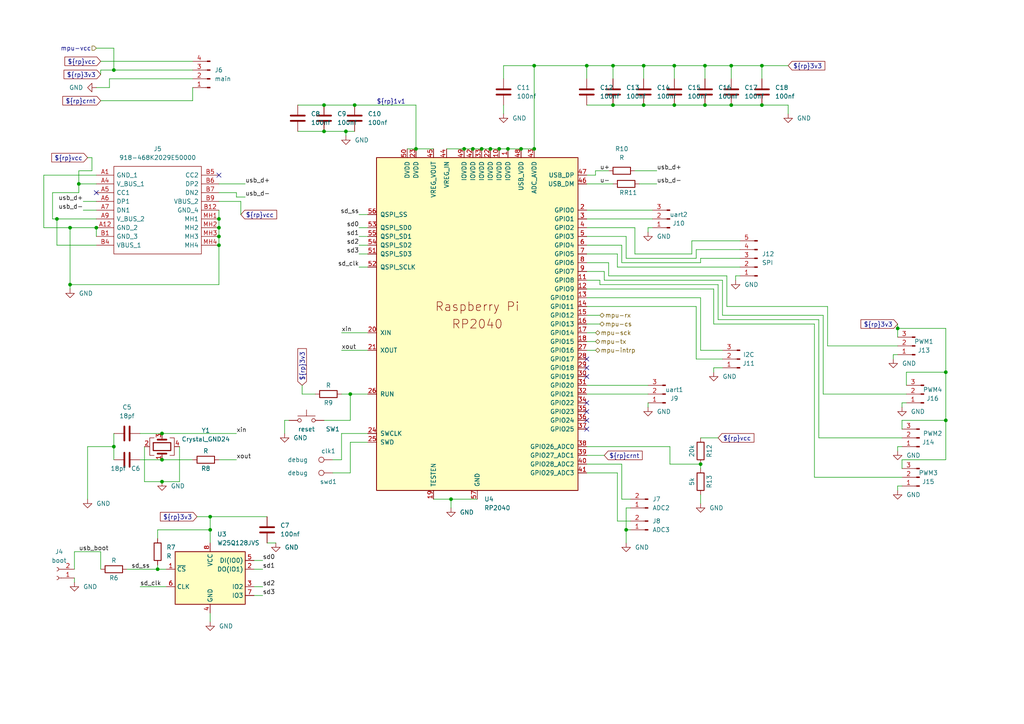
<source format=kicad_sch>
(kicad_sch (version 20211123) (generator eeschema)

  (uuid f75a1ae8-22e7-4a43-b2f7-2cc39490b157)

  (paper "A4")

  (title_block
    (title "controller")
    (date "2022-09-01")
  )

  (lib_symbols
    (symbol "918-468K2029E50000:918-468K2029E50000" (pin_names (offset 0.762)) (in_bom yes) (on_board yes)
      (property "Reference" "J" (id 0) (at 31.75 7.62 0)
        (effects (font (size 1.27 1.27)) (justify left))
      )
      (property "Value" "918-468K2029E50000" (id 1) (at 31.75 5.08 0)
        (effects (font (size 1.27 1.27)) (justify left))
      )
      (property "Footprint" "918468K2029E50000" (id 2) (at 31.75 2.54 0)
        (effects (font (size 1.27 1.27)) (justify left) hide)
      )
      (property "Datasheet" "https://datasheet.lcsc.com/lcsc/2007212010_Jing-Extension-of-the-Electronic-Co--918-468K2029E50000_C709027.pdf" (id 3) (at 31.75 0 0)
        (effects (font (size 1.27 1.27)) (justify left) hide)
      )
      (property "Description" "female four-legged upright splint spacing 1.0 length 10.5 LCP black glue 14PIN USB connector" (id 4) (at 31.75 -2.54 0)
        (effects (font (size 1.27 1.27)) (justify left) hide)
      )
      (property "Height" "10.65" (id 5) (at 31.75 -5.08 0)
        (effects (font (size 1.27 1.27)) (justify left) hide)
      )
      (property "Manufacturer_Name" "Jing Extension of the Electronic Co." (id 6) (at 31.75 -7.62 0)
        (effects (font (size 1.27 1.27)) (justify left) hide)
      )
      (property "Manufacturer_Part_Number" "918-468K2029E50000" (id 7) (at 31.75 -10.16 0)
        (effects (font (size 1.27 1.27)) (justify left) hide)
      )
      (property "Mouser Part Number" "" (id 8) (at 31.75 -12.7 0)
        (effects (font (size 1.27 1.27)) (justify left) hide)
      )
      (property "Mouser Price/Stock" "" (id 9) (at 31.75 -15.24 0)
        (effects (font (size 1.27 1.27)) (justify left) hide)
      )
      (property "Arrow Part Number" "" (id 10) (at 31.75 -17.78 0)
        (effects (font (size 1.27 1.27)) (justify left) hide)
      )
      (property "Arrow Price/Stock" "" (id 11) (at 31.75 -20.32 0)
        (effects (font (size 1.27 1.27)) (justify left) hide)
      )
      (property "Mouser Testing Part Number" "" (id 12) (at 31.75 -22.86 0)
        (effects (font (size 1.27 1.27)) (justify left) hide)
      )
      (property "Mouser Testing Price/Stock" "" (id 13) (at 31.75 -25.4 0)
        (effects (font (size 1.27 1.27)) (justify left) hide)
      )
      (property "ki_description" "female four-legged upright splint spacing 1.0 length 10.5 LCP black glue 14PIN USB connector" (id 14) (at 0 0 0)
        (effects (font (size 1.27 1.27)) hide)
      )
      (symbol "918-468K2029E50000_0_0"
        (pin passive line (at 0 0 0) (length 5.08)
          (name "GND_1" (effects (font (size 1.27 1.27))))
          (number "A1" (effects (font (size 1.27 1.27))))
        )
        (pin passive line (at 0 -15.24 0) (length 5.08)
          (name "GND_2" (effects (font (size 1.27 1.27))))
          (number "A12" (effects (font (size 1.27 1.27))))
        )
        (pin passive line (at 0 -2.54 0) (length 5.08)
          (name "V_BUS_1" (effects (font (size 1.27 1.27))))
          (number "A4" (effects (font (size 1.27 1.27))))
        )
        (pin passive line (at 0 -5.08 0) (length 5.08)
          (name "CC1" (effects (font (size 1.27 1.27))))
          (number "A5" (effects (font (size 1.27 1.27))))
        )
        (pin passive line (at 0 -7.62 0) (length 5.08)
          (name "DP1" (effects (font (size 1.27 1.27))))
          (number "A6" (effects (font (size 1.27 1.27))))
        )
        (pin passive line (at 0 -10.16 0) (length 5.08)
          (name "DN1" (effects (font (size 1.27 1.27))))
          (number "A7" (effects (font (size 1.27 1.27))))
        )
        (pin passive line (at 0 -12.7 0) (length 5.08)
          (name "V_BUS_2" (effects (font (size 1.27 1.27))))
          (number "A9" (effects (font (size 1.27 1.27))))
        )
        (pin passive line (at 0 -17.78 0) (length 5.08)
          (name "GND_3" (effects (font (size 1.27 1.27))))
          (number "B1" (effects (font (size 1.27 1.27))))
        )
        (pin passive line (at 35.56 -10.16 180) (length 5.08)
          (name "GND_4" (effects (font (size 1.27 1.27))))
          (number "B12" (effects (font (size 1.27 1.27))))
        )
        (pin passive line (at 0 -20.32 0) (length 5.08)
          (name "VBUS_1" (effects (font (size 1.27 1.27))))
          (number "B4" (effects (font (size 1.27 1.27))))
        )
        (pin passive line (at 35.56 0 180) (length 5.08)
          (name "CC2" (effects (font (size 1.27 1.27))))
          (number "B5" (effects (font (size 1.27 1.27))))
        )
        (pin passive line (at 35.56 -2.54 180) (length 5.08)
          (name "DP2" (effects (font (size 1.27 1.27))))
          (number "B6" (effects (font (size 1.27 1.27))))
        )
        (pin passive line (at 35.56 -5.08 180) (length 5.08)
          (name "DN2" (effects (font (size 1.27 1.27))))
          (number "B7" (effects (font (size 1.27 1.27))))
        )
        (pin passive line (at 35.56 -7.62 180) (length 5.08)
          (name "VBUS_2" (effects (font (size 1.27 1.27))))
          (number "B9" (effects (font (size 1.27 1.27))))
        )
        (pin passive line (at 35.56 -12.7 180) (length 5.08)
          (name "MH1" (effects (font (size 1.27 1.27))))
          (number "MH1" (effects (font (size 1.27 1.27))))
        )
        (pin passive line (at 35.56 -15.24 180) (length 5.08)
          (name "MH2" (effects (font (size 1.27 1.27))))
          (number "MH2" (effects (font (size 1.27 1.27))))
        )
        (pin passive line (at 35.56 -17.78 180) (length 5.08)
          (name "MH3" (effects (font (size 1.27 1.27))))
          (number "MH3" (effects (font (size 1.27 1.27))))
        )
        (pin passive line (at 35.56 -20.32 180) (length 5.08)
          (name "MH4" (effects (font (size 1.27 1.27))))
          (number "MH4" (effects (font (size 1.27 1.27))))
        )
      )
      (symbol "918-468K2029E50000_0_1"
        (polyline
          (pts
            (xy 5.08 2.54)
            (xy 30.48 2.54)
            (xy 30.48 -22.86)
            (xy 5.08 -22.86)
            (xy 5.08 2.54)
          )
          (stroke (width 0.1524) (type default) (color 0 0 0 0))
          (fill (type none))
        )
      )
    )
    (symbol "Connector:Conn_01x02_Female" (pin_names (offset 1.016) hide) (in_bom yes) (on_board yes)
      (property "Reference" "J" (id 0) (at 0 2.54 0)
        (effects (font (size 1.27 1.27)))
      )
      (property "Value" "Conn_01x02_Female" (id 1) (at 0 -5.08 0)
        (effects (font (size 1.27 1.27)))
      )
      (property "Footprint" "" (id 2) (at 0 0 0)
        (effects (font (size 1.27 1.27)) hide)
      )
      (property "Datasheet" "~" (id 3) (at 0 0 0)
        (effects (font (size 1.27 1.27)) hide)
      )
      (property "ki_keywords" "connector" (id 4) (at 0 0 0)
        (effects (font (size 1.27 1.27)) hide)
      )
      (property "ki_description" "Generic connector, single row, 01x02, script generated (kicad-library-utils/schlib/autogen/connector/)" (id 5) (at 0 0 0)
        (effects (font (size 1.27 1.27)) hide)
      )
      (property "ki_fp_filters" "Connector*:*_1x??_*" (id 6) (at 0 0 0)
        (effects (font (size 1.27 1.27)) hide)
      )
      (symbol "Conn_01x02_Female_1_1"
        (arc (start 0 -2.032) (mid -0.508 -2.54) (end 0 -3.048)
          (stroke (width 0.1524) (type default) (color 0 0 0 0))
          (fill (type none))
        )
        (polyline
          (pts
            (xy -1.27 -2.54)
            (xy -0.508 -2.54)
          )
          (stroke (width 0.1524) (type default) (color 0 0 0 0))
          (fill (type none))
        )
        (polyline
          (pts
            (xy -1.27 0)
            (xy -0.508 0)
          )
          (stroke (width 0.1524) (type default) (color 0 0 0 0))
          (fill (type none))
        )
        (arc (start 0 0.508) (mid -0.508 0) (end 0 -0.508)
          (stroke (width 0.1524) (type default) (color 0 0 0 0))
          (fill (type none))
        )
        (pin passive line (at -5.08 0 0) (length 3.81)
          (name "Pin_1" (effects (font (size 1.27 1.27))))
          (number "1" (effects (font (size 1.27 1.27))))
        )
        (pin passive line (at -5.08 -2.54 0) (length 3.81)
          (name "Pin_2" (effects (font (size 1.27 1.27))))
          (number "2" (effects (font (size 1.27 1.27))))
        )
      )
    )
    (symbol "Connector:Conn_01x02_Male" (pin_names (offset 1.016) hide) (in_bom yes) (on_board yes)
      (property "Reference" "J" (id 0) (at 0 2.54 0)
        (effects (font (size 1.27 1.27)))
      )
      (property "Value" "Conn_01x02_Male" (id 1) (at 0 -5.08 0)
        (effects (font (size 1.27 1.27)))
      )
      (property "Footprint" "" (id 2) (at 0 0 0)
        (effects (font (size 1.27 1.27)) hide)
      )
      (property "Datasheet" "~" (id 3) (at 0 0 0)
        (effects (font (size 1.27 1.27)) hide)
      )
      (property "ki_keywords" "connector" (id 4) (at 0 0 0)
        (effects (font (size 1.27 1.27)) hide)
      )
      (property "ki_description" "Generic connector, single row, 01x02, script generated (kicad-library-utils/schlib/autogen/connector/)" (id 5) (at 0 0 0)
        (effects (font (size 1.27 1.27)) hide)
      )
      (property "ki_fp_filters" "Connector*:*_1x??_*" (id 6) (at 0 0 0)
        (effects (font (size 1.27 1.27)) hide)
      )
      (symbol "Conn_01x02_Male_1_1"
        (polyline
          (pts
            (xy 1.27 -2.54)
            (xy 0.8636 -2.54)
          )
          (stroke (width 0.1524) (type default) (color 0 0 0 0))
          (fill (type none))
        )
        (polyline
          (pts
            (xy 1.27 0)
            (xy 0.8636 0)
          )
          (stroke (width 0.1524) (type default) (color 0 0 0 0))
          (fill (type none))
        )
        (rectangle (start 0.8636 -2.413) (end 0 -2.667)
          (stroke (width 0.1524) (type default) (color 0 0 0 0))
          (fill (type outline))
        )
        (rectangle (start 0.8636 0.127) (end 0 -0.127)
          (stroke (width 0.1524) (type default) (color 0 0 0 0))
          (fill (type outline))
        )
        (pin passive line (at 5.08 0 180) (length 3.81)
          (name "Pin_1" (effects (font (size 1.27 1.27))))
          (number "1" (effects (font (size 1.27 1.27))))
        )
        (pin passive line (at 5.08 -2.54 180) (length 3.81)
          (name "Pin_2" (effects (font (size 1.27 1.27))))
          (number "2" (effects (font (size 1.27 1.27))))
        )
      )
    )
    (symbol "Connector:Conn_01x03_Male" (pin_names (offset 1.016) hide) (in_bom yes) (on_board yes)
      (property "Reference" "J" (id 0) (at 0 5.08 0)
        (effects (font (size 1.27 1.27)))
      )
      (property "Value" "Conn_01x03_Male" (id 1) (at 0 -5.08 0)
        (effects (font (size 1.27 1.27)))
      )
      (property "Footprint" "" (id 2) (at 0 0 0)
        (effects (font (size 1.27 1.27)) hide)
      )
      (property "Datasheet" "~" (id 3) (at 0 0 0)
        (effects (font (size 1.27 1.27)) hide)
      )
      (property "ki_keywords" "connector" (id 4) (at 0 0 0)
        (effects (font (size 1.27 1.27)) hide)
      )
      (property "ki_description" "Generic connector, single row, 01x03, script generated (kicad-library-utils/schlib/autogen/connector/)" (id 5) (at 0 0 0)
        (effects (font (size 1.27 1.27)) hide)
      )
      (property "ki_fp_filters" "Connector*:*_1x??_*" (id 6) (at 0 0 0)
        (effects (font (size 1.27 1.27)) hide)
      )
      (symbol "Conn_01x03_Male_1_1"
        (polyline
          (pts
            (xy 1.27 -2.54)
            (xy 0.8636 -2.54)
          )
          (stroke (width 0.1524) (type default) (color 0 0 0 0))
          (fill (type none))
        )
        (polyline
          (pts
            (xy 1.27 0)
            (xy 0.8636 0)
          )
          (stroke (width 0.1524) (type default) (color 0 0 0 0))
          (fill (type none))
        )
        (polyline
          (pts
            (xy 1.27 2.54)
            (xy 0.8636 2.54)
          )
          (stroke (width 0.1524) (type default) (color 0 0 0 0))
          (fill (type none))
        )
        (rectangle (start 0.8636 -2.413) (end 0 -2.667)
          (stroke (width 0.1524) (type default) (color 0 0 0 0))
          (fill (type outline))
        )
        (rectangle (start 0.8636 0.127) (end 0 -0.127)
          (stroke (width 0.1524) (type default) (color 0 0 0 0))
          (fill (type outline))
        )
        (rectangle (start 0.8636 2.667) (end 0 2.413)
          (stroke (width 0.1524) (type default) (color 0 0 0 0))
          (fill (type outline))
        )
        (pin passive line (at 5.08 2.54 180) (length 3.81)
          (name "Pin_1" (effects (font (size 1.27 1.27))))
          (number "1" (effects (font (size 1.27 1.27))))
        )
        (pin passive line (at 5.08 0 180) (length 3.81)
          (name "Pin_2" (effects (font (size 1.27 1.27))))
          (number "2" (effects (font (size 1.27 1.27))))
        )
        (pin passive line (at 5.08 -2.54 180) (length 3.81)
          (name "Pin_3" (effects (font (size 1.27 1.27))))
          (number "3" (effects (font (size 1.27 1.27))))
        )
      )
    )
    (symbol "Connector:Conn_01x04_Male" (pin_names (offset 1.016) hide) (in_bom yes) (on_board yes)
      (property "Reference" "J" (id 0) (at 0 5.08 0)
        (effects (font (size 1.27 1.27)))
      )
      (property "Value" "Conn_01x04_Male" (id 1) (at 0 -7.62 0)
        (effects (font (size 1.27 1.27)))
      )
      (property "Footprint" "" (id 2) (at 0 0 0)
        (effects (font (size 1.27 1.27)) hide)
      )
      (property "Datasheet" "~" (id 3) (at 0 0 0)
        (effects (font (size 1.27 1.27)) hide)
      )
      (property "ki_keywords" "connector" (id 4) (at 0 0 0)
        (effects (font (size 1.27 1.27)) hide)
      )
      (property "ki_description" "Generic connector, single row, 01x04, script generated (kicad-library-utils/schlib/autogen/connector/)" (id 5) (at 0 0 0)
        (effects (font (size 1.27 1.27)) hide)
      )
      (property "ki_fp_filters" "Connector*:*_1x??_*" (id 6) (at 0 0 0)
        (effects (font (size 1.27 1.27)) hide)
      )
      (symbol "Conn_01x04_Male_1_1"
        (polyline
          (pts
            (xy 1.27 -5.08)
            (xy 0.8636 -5.08)
          )
          (stroke (width 0.1524) (type default) (color 0 0 0 0))
          (fill (type none))
        )
        (polyline
          (pts
            (xy 1.27 -2.54)
            (xy 0.8636 -2.54)
          )
          (stroke (width 0.1524) (type default) (color 0 0 0 0))
          (fill (type none))
        )
        (polyline
          (pts
            (xy 1.27 0)
            (xy 0.8636 0)
          )
          (stroke (width 0.1524) (type default) (color 0 0 0 0))
          (fill (type none))
        )
        (polyline
          (pts
            (xy 1.27 2.54)
            (xy 0.8636 2.54)
          )
          (stroke (width 0.1524) (type default) (color 0 0 0 0))
          (fill (type none))
        )
        (rectangle (start 0.8636 -4.953) (end 0 -5.207)
          (stroke (width 0.1524) (type default) (color 0 0 0 0))
          (fill (type outline))
        )
        (rectangle (start 0.8636 -2.413) (end 0 -2.667)
          (stroke (width 0.1524) (type default) (color 0 0 0 0))
          (fill (type outline))
        )
        (rectangle (start 0.8636 0.127) (end 0 -0.127)
          (stroke (width 0.1524) (type default) (color 0 0 0 0))
          (fill (type outline))
        )
        (rectangle (start 0.8636 2.667) (end 0 2.413)
          (stroke (width 0.1524) (type default) (color 0 0 0 0))
          (fill (type outline))
        )
        (pin passive line (at 5.08 2.54 180) (length 3.81)
          (name "Pin_1" (effects (font (size 1.27 1.27))))
          (number "1" (effects (font (size 1.27 1.27))))
        )
        (pin passive line (at 5.08 0 180) (length 3.81)
          (name "Pin_2" (effects (font (size 1.27 1.27))))
          (number "2" (effects (font (size 1.27 1.27))))
        )
        (pin passive line (at 5.08 -2.54 180) (length 3.81)
          (name "Pin_3" (effects (font (size 1.27 1.27))))
          (number "3" (effects (font (size 1.27 1.27))))
        )
        (pin passive line (at 5.08 -5.08 180) (length 3.81)
          (name "Pin_4" (effects (font (size 1.27 1.27))))
          (number "4" (effects (font (size 1.27 1.27))))
        )
      )
    )
    (symbol "Connector:Conn_01x05_Male" (pin_names (offset 1.016) hide) (in_bom yes) (on_board yes)
      (property "Reference" "J" (id 0) (at 0 7.62 0)
        (effects (font (size 1.27 1.27)))
      )
      (property "Value" "Conn_01x05_Male" (id 1) (at 0 -7.62 0)
        (effects (font (size 1.27 1.27)))
      )
      (property "Footprint" "" (id 2) (at 0 0 0)
        (effects (font (size 1.27 1.27)) hide)
      )
      (property "Datasheet" "~" (id 3) (at 0 0 0)
        (effects (font (size 1.27 1.27)) hide)
      )
      (property "ki_keywords" "connector" (id 4) (at 0 0 0)
        (effects (font (size 1.27 1.27)) hide)
      )
      (property "ki_description" "Generic connector, single row, 01x05, script generated (kicad-library-utils/schlib/autogen/connector/)" (id 5) (at 0 0 0)
        (effects (font (size 1.27 1.27)) hide)
      )
      (property "ki_fp_filters" "Connector*:*_1x??_*" (id 6) (at 0 0 0)
        (effects (font (size 1.27 1.27)) hide)
      )
      (symbol "Conn_01x05_Male_1_1"
        (polyline
          (pts
            (xy 1.27 -5.08)
            (xy 0.8636 -5.08)
          )
          (stroke (width 0.1524) (type default) (color 0 0 0 0))
          (fill (type none))
        )
        (polyline
          (pts
            (xy 1.27 -2.54)
            (xy 0.8636 -2.54)
          )
          (stroke (width 0.1524) (type default) (color 0 0 0 0))
          (fill (type none))
        )
        (polyline
          (pts
            (xy 1.27 0)
            (xy 0.8636 0)
          )
          (stroke (width 0.1524) (type default) (color 0 0 0 0))
          (fill (type none))
        )
        (polyline
          (pts
            (xy 1.27 2.54)
            (xy 0.8636 2.54)
          )
          (stroke (width 0.1524) (type default) (color 0 0 0 0))
          (fill (type none))
        )
        (polyline
          (pts
            (xy 1.27 5.08)
            (xy 0.8636 5.08)
          )
          (stroke (width 0.1524) (type default) (color 0 0 0 0))
          (fill (type none))
        )
        (rectangle (start 0.8636 -4.953) (end 0 -5.207)
          (stroke (width 0.1524) (type default) (color 0 0 0 0))
          (fill (type outline))
        )
        (rectangle (start 0.8636 -2.413) (end 0 -2.667)
          (stroke (width 0.1524) (type default) (color 0 0 0 0))
          (fill (type outline))
        )
        (rectangle (start 0.8636 0.127) (end 0 -0.127)
          (stroke (width 0.1524) (type default) (color 0 0 0 0))
          (fill (type outline))
        )
        (rectangle (start 0.8636 2.667) (end 0 2.413)
          (stroke (width 0.1524) (type default) (color 0 0 0 0))
          (fill (type outline))
        )
        (rectangle (start 0.8636 5.207) (end 0 4.953)
          (stroke (width 0.1524) (type default) (color 0 0 0 0))
          (fill (type outline))
        )
        (pin passive line (at 5.08 5.08 180) (length 3.81)
          (name "Pin_1" (effects (font (size 1.27 1.27))))
          (number "1" (effects (font (size 1.27 1.27))))
        )
        (pin passive line (at 5.08 2.54 180) (length 3.81)
          (name "Pin_2" (effects (font (size 1.27 1.27))))
          (number "2" (effects (font (size 1.27 1.27))))
        )
        (pin passive line (at 5.08 0 180) (length 3.81)
          (name "Pin_3" (effects (font (size 1.27 1.27))))
          (number "3" (effects (font (size 1.27 1.27))))
        )
        (pin passive line (at 5.08 -2.54 180) (length 3.81)
          (name "Pin_4" (effects (font (size 1.27 1.27))))
          (number "4" (effects (font (size 1.27 1.27))))
        )
        (pin passive line (at 5.08 -5.08 180) (length 3.81)
          (name "Pin_5" (effects (font (size 1.27 1.27))))
          (number "5" (effects (font (size 1.27 1.27))))
        )
      )
    )
    (symbol "Connector:TestPoint" (pin_numbers hide) (pin_names (offset 0.762) hide) (in_bom yes) (on_board yes)
      (property "Reference" "TP" (id 0) (at 0 6.858 0)
        (effects (font (size 1.27 1.27)))
      )
      (property "Value" "TestPoint" (id 1) (at 0 5.08 0)
        (effects (font (size 1.27 1.27)))
      )
      (property "Footprint" "" (id 2) (at 5.08 0 0)
        (effects (font (size 1.27 1.27)) hide)
      )
      (property "Datasheet" "~" (id 3) (at 5.08 0 0)
        (effects (font (size 1.27 1.27)) hide)
      )
      (property "ki_keywords" "test point tp" (id 4) (at 0 0 0)
        (effects (font (size 1.27 1.27)) hide)
      )
      (property "ki_description" "test point" (id 5) (at 0 0 0)
        (effects (font (size 1.27 1.27)) hide)
      )
      (property "ki_fp_filters" "Pin* Test*" (id 6) (at 0 0 0)
        (effects (font (size 1.27 1.27)) hide)
      )
      (symbol "TestPoint_0_1"
        (circle (center 0 3.302) (radius 0.762)
          (stroke (width 0) (type default) (color 0 0 0 0))
          (fill (type none))
        )
      )
      (symbol "TestPoint_1_1"
        (pin passive line (at 0 0 90) (length 2.54)
          (name "1" (effects (font (size 1.27 1.27))))
          (number "1" (effects (font (size 1.27 1.27))))
        )
      )
    )
    (symbol "Device:C" (pin_numbers hide) (pin_names (offset 0.254)) (in_bom yes) (on_board yes)
      (property "Reference" "C" (id 0) (at 0.635 2.54 0)
        (effects (font (size 1.27 1.27)) (justify left))
      )
      (property "Value" "C" (id 1) (at 0.635 -2.54 0)
        (effects (font (size 1.27 1.27)) (justify left))
      )
      (property "Footprint" "" (id 2) (at 0.9652 -3.81 0)
        (effects (font (size 1.27 1.27)) hide)
      )
      (property "Datasheet" "~" (id 3) (at 0 0 0)
        (effects (font (size 1.27 1.27)) hide)
      )
      (property "ki_keywords" "cap capacitor" (id 4) (at 0 0 0)
        (effects (font (size 1.27 1.27)) hide)
      )
      (property "ki_description" "Unpolarized capacitor" (id 5) (at 0 0 0)
        (effects (font (size 1.27 1.27)) hide)
      )
      (property "ki_fp_filters" "C_*" (id 6) (at 0 0 0)
        (effects (font (size 1.27 1.27)) hide)
      )
      (symbol "C_0_1"
        (polyline
          (pts
            (xy -2.032 -0.762)
            (xy 2.032 -0.762)
          )
          (stroke (width 0.508) (type default) (color 0 0 0 0))
          (fill (type none))
        )
        (polyline
          (pts
            (xy -2.032 0.762)
            (xy 2.032 0.762)
          )
          (stroke (width 0.508) (type default) (color 0 0 0 0))
          (fill (type none))
        )
      )
      (symbol "C_1_1"
        (pin passive line (at 0 3.81 270) (length 2.794)
          (name "~" (effects (font (size 1.27 1.27))))
          (number "1" (effects (font (size 1.27 1.27))))
        )
        (pin passive line (at 0 -3.81 90) (length 2.794)
          (name "~" (effects (font (size 1.27 1.27))))
          (number "2" (effects (font (size 1.27 1.27))))
        )
      )
    )
    (symbol "Device:Crystal_GND24" (pin_names (offset 1.016) hide) (in_bom yes) (on_board yes)
      (property "Reference" "Y" (id 0) (at 3.175 5.08 0)
        (effects (font (size 1.27 1.27)) (justify left))
      )
      (property "Value" "Crystal_GND24" (id 1) (at 3.175 3.175 0)
        (effects (font (size 1.27 1.27)) (justify left))
      )
      (property "Footprint" "" (id 2) (at 0 0 0)
        (effects (font (size 1.27 1.27)) hide)
      )
      (property "Datasheet" "~" (id 3) (at 0 0 0)
        (effects (font (size 1.27 1.27)) hide)
      )
      (property "ki_keywords" "quartz ceramic resonator oscillator" (id 4) (at 0 0 0)
        (effects (font (size 1.27 1.27)) hide)
      )
      (property "ki_description" "Four pin crystal, GND on pins 2 and 4" (id 5) (at 0 0 0)
        (effects (font (size 1.27 1.27)) hide)
      )
      (property "ki_fp_filters" "Crystal*" (id 6) (at 0 0 0)
        (effects (font (size 1.27 1.27)) hide)
      )
      (symbol "Crystal_GND24_0_1"
        (rectangle (start -1.143 2.54) (end 1.143 -2.54)
          (stroke (width 0.3048) (type default) (color 0 0 0 0))
          (fill (type none))
        )
        (polyline
          (pts
            (xy -2.54 0)
            (xy -2.032 0)
          )
          (stroke (width 0) (type default) (color 0 0 0 0))
          (fill (type none))
        )
        (polyline
          (pts
            (xy -2.032 -1.27)
            (xy -2.032 1.27)
          )
          (stroke (width 0.508) (type default) (color 0 0 0 0))
          (fill (type none))
        )
        (polyline
          (pts
            (xy 0 -3.81)
            (xy 0 -3.556)
          )
          (stroke (width 0) (type default) (color 0 0 0 0))
          (fill (type none))
        )
        (polyline
          (pts
            (xy 0 3.556)
            (xy 0 3.81)
          )
          (stroke (width 0) (type default) (color 0 0 0 0))
          (fill (type none))
        )
        (polyline
          (pts
            (xy 2.032 -1.27)
            (xy 2.032 1.27)
          )
          (stroke (width 0.508) (type default) (color 0 0 0 0))
          (fill (type none))
        )
        (polyline
          (pts
            (xy 2.032 0)
            (xy 2.54 0)
          )
          (stroke (width 0) (type default) (color 0 0 0 0))
          (fill (type none))
        )
        (polyline
          (pts
            (xy -2.54 -2.286)
            (xy -2.54 -3.556)
            (xy 2.54 -3.556)
            (xy 2.54 -2.286)
          )
          (stroke (width 0) (type default) (color 0 0 0 0))
          (fill (type none))
        )
        (polyline
          (pts
            (xy -2.54 2.286)
            (xy -2.54 3.556)
            (xy 2.54 3.556)
            (xy 2.54 2.286)
          )
          (stroke (width 0) (type default) (color 0 0 0 0))
          (fill (type none))
        )
      )
      (symbol "Crystal_GND24_1_1"
        (pin passive line (at -3.81 0 0) (length 1.27)
          (name "1" (effects (font (size 1.27 1.27))))
          (number "1" (effects (font (size 1.27 1.27))))
        )
        (pin passive line (at 0 5.08 270) (length 1.27)
          (name "2" (effects (font (size 1.27 1.27))))
          (number "2" (effects (font (size 1.27 1.27))))
        )
        (pin passive line (at 3.81 0 180) (length 1.27)
          (name "3" (effects (font (size 1.27 1.27))))
          (number "3" (effects (font (size 1.27 1.27))))
        )
        (pin passive line (at 0 -5.08 90) (length 1.27)
          (name "4" (effects (font (size 1.27 1.27))))
          (number "4" (effects (font (size 1.27 1.27))))
        )
      )
    )
    (symbol "Device:R" (pin_numbers hide) (pin_names (offset 0)) (in_bom yes) (on_board yes)
      (property "Reference" "R" (id 0) (at 2.032 0 90)
        (effects (font (size 1.27 1.27)))
      )
      (property "Value" "R" (id 1) (at 0 0 90)
        (effects (font (size 1.27 1.27)))
      )
      (property "Footprint" "" (id 2) (at -1.778 0 90)
        (effects (font (size 1.27 1.27)) hide)
      )
      (property "Datasheet" "~" (id 3) (at 0 0 0)
        (effects (font (size 1.27 1.27)) hide)
      )
      (property "ki_keywords" "R res resistor" (id 4) (at 0 0 0)
        (effects (font (size 1.27 1.27)) hide)
      )
      (property "ki_description" "Resistor" (id 5) (at 0 0 0)
        (effects (font (size 1.27 1.27)) hide)
      )
      (property "ki_fp_filters" "R_*" (id 6) (at 0 0 0)
        (effects (font (size 1.27 1.27)) hide)
      )
      (symbol "R_0_1"
        (rectangle (start -1.016 -2.54) (end 1.016 2.54)
          (stroke (width 0.254) (type default) (color 0 0 0 0))
          (fill (type none))
        )
      )
      (symbol "R_1_1"
        (pin passive line (at 0 3.81 270) (length 1.27)
          (name "~" (effects (font (size 1.27 1.27))))
          (number "1" (effects (font (size 1.27 1.27))))
        )
        (pin passive line (at 0 -3.81 90) (length 1.27)
          (name "~" (effects (font (size 1.27 1.27))))
          (number "2" (effects (font (size 1.27 1.27))))
        )
      )
    )
    (symbol "MCU_RaspberryPi_RP2040:RP2040" (pin_names (offset 1.016)) (in_bom yes) (on_board yes)
      (property "Reference" "U" (id 0) (at -29.21 49.53 0)
        (effects (font (size 1.27 1.27)))
      )
      (property "Value" "RP2040" (id 1) (at 24.13 -49.53 0)
        (effects (font (size 1.27 1.27)))
      )
      (property "Footprint" "RP2040_minimal:RP2040-QFN-56" (id 2) (at -19.05 0 0)
        (effects (font (size 1.27 1.27)) hide)
      )
      (property "Datasheet" "" (id 3) (at -19.05 0 0)
        (effects (font (size 1.27 1.27)) hide)
      )
      (symbol "RP2040_0_0"
        (text "Raspberry Pi" (at 0 5.08 0)
          (effects (font (size 2.54 2.54)))
        )
        (text "RP2040" (at 0 0 0)
          (effects (font (size 2.54 2.54)))
        )
      )
      (symbol "RP2040_0_1"
        (rectangle (start 29.21 48.26) (end -29.21 -48.26)
          (stroke (width 0.254) (type default) (color 0 0 0 0))
          (fill (type background))
        )
      )
      (symbol "RP2040_1_1"
        (pin power_in line (at 8.89 50.8 270) (length 2.54)
          (name "IOVDD" (effects (font (size 1.27 1.27))))
          (number "1" (effects (font (size 1.27 1.27))))
        )
        (pin power_in line (at 6.35 50.8 270) (length 2.54)
          (name "IOVDD" (effects (font (size 1.27 1.27))))
          (number "10" (effects (font (size 1.27 1.27))))
        )
        (pin bidirectional line (at 31.75 12.7 180) (length 2.54)
          (name "GPIO8" (effects (font (size 1.27 1.27))))
          (number "11" (effects (font (size 1.27 1.27))))
        )
        (pin bidirectional line (at 31.75 10.16 180) (length 2.54)
          (name "GPIO9" (effects (font (size 1.27 1.27))))
          (number "12" (effects (font (size 1.27 1.27))))
        )
        (pin bidirectional line (at 31.75 7.62 180) (length 2.54)
          (name "GPIO10" (effects (font (size 1.27 1.27))))
          (number "13" (effects (font (size 1.27 1.27))))
        )
        (pin bidirectional line (at 31.75 5.08 180) (length 2.54)
          (name "GPIO11" (effects (font (size 1.27 1.27))))
          (number "14" (effects (font (size 1.27 1.27))))
        )
        (pin bidirectional line (at 31.75 2.54 180) (length 2.54)
          (name "GPIO12" (effects (font (size 1.27 1.27))))
          (number "15" (effects (font (size 1.27 1.27))))
        )
        (pin bidirectional line (at 31.75 0 180) (length 2.54)
          (name "GPIO13" (effects (font (size 1.27 1.27))))
          (number "16" (effects (font (size 1.27 1.27))))
        )
        (pin bidirectional line (at 31.75 -2.54 180) (length 2.54)
          (name "GPIO14" (effects (font (size 1.27 1.27))))
          (number "17" (effects (font (size 1.27 1.27))))
        )
        (pin bidirectional line (at 31.75 -5.08 180) (length 2.54)
          (name "GPIO15" (effects (font (size 1.27 1.27))))
          (number "18" (effects (font (size 1.27 1.27))))
        )
        (pin passive line (at -12.7 -50.8 90) (length 2.54)
          (name "TESTEN" (effects (font (size 1.27 1.27))))
          (number "19" (effects (font (size 1.27 1.27))))
        )
        (pin bidirectional line (at 31.75 33.02 180) (length 2.54)
          (name "GPIO0" (effects (font (size 1.27 1.27))))
          (number "2" (effects (font (size 1.27 1.27))))
        )
        (pin input line (at -31.75 -2.54 0) (length 2.54)
          (name "XIN" (effects (font (size 1.27 1.27))))
          (number "20" (effects (font (size 1.27 1.27))))
        )
        (pin passive line (at -31.75 -7.62 0) (length 2.54)
          (name "XOUT" (effects (font (size 1.27 1.27))))
          (number "21" (effects (font (size 1.27 1.27))))
        )
        (pin power_in line (at 3.81 50.8 270) (length 2.54)
          (name "IOVDD" (effects (font (size 1.27 1.27))))
          (number "22" (effects (font (size 1.27 1.27))))
        )
        (pin power_in line (at -17.78 50.8 270) (length 2.54)
          (name "DVDD" (effects (font (size 1.27 1.27))))
          (number "23" (effects (font (size 1.27 1.27))))
        )
        (pin output line (at -31.75 -31.75 0) (length 2.54)
          (name "SWCLK" (effects (font (size 1.27 1.27))))
          (number "24" (effects (font (size 1.27 1.27))))
        )
        (pin bidirectional line (at -31.75 -34.29 0) (length 2.54)
          (name "SWD" (effects (font (size 1.27 1.27))))
          (number "25" (effects (font (size 1.27 1.27))))
        )
        (pin input line (at -31.75 -20.32 0) (length 2.54)
          (name "RUN" (effects (font (size 1.27 1.27))))
          (number "26" (effects (font (size 1.27 1.27))))
        )
        (pin bidirectional line (at 31.75 -7.62 180) (length 2.54)
          (name "GPIO16" (effects (font (size 1.27 1.27))))
          (number "27" (effects (font (size 1.27 1.27))))
        )
        (pin bidirectional line (at 31.75 -10.16 180) (length 2.54)
          (name "GPIO17" (effects (font (size 1.27 1.27))))
          (number "28" (effects (font (size 1.27 1.27))))
        )
        (pin bidirectional line (at 31.75 -12.7 180) (length 2.54)
          (name "GPIO18" (effects (font (size 1.27 1.27))))
          (number "29" (effects (font (size 1.27 1.27))))
        )
        (pin bidirectional line (at 31.75 30.48 180) (length 2.54)
          (name "GPIO1" (effects (font (size 1.27 1.27))))
          (number "3" (effects (font (size 1.27 1.27))))
        )
        (pin bidirectional line (at 31.75 -15.24 180) (length 2.54)
          (name "GPIO19" (effects (font (size 1.27 1.27))))
          (number "30" (effects (font (size 1.27 1.27))))
        )
        (pin bidirectional line (at 31.75 -17.78 180) (length 2.54)
          (name "GPIO20" (effects (font (size 1.27 1.27))))
          (number "31" (effects (font (size 1.27 1.27))))
        )
        (pin bidirectional line (at 31.75 -20.32 180) (length 2.54)
          (name "GPIO21" (effects (font (size 1.27 1.27))))
          (number "32" (effects (font (size 1.27 1.27))))
        )
        (pin power_in line (at 1.27 50.8 270) (length 2.54)
          (name "IOVDD" (effects (font (size 1.27 1.27))))
          (number "33" (effects (font (size 1.27 1.27))))
        )
        (pin bidirectional line (at 31.75 -22.86 180) (length 2.54)
          (name "GPIO22" (effects (font (size 1.27 1.27))))
          (number "34" (effects (font (size 1.27 1.27))))
        )
        (pin bidirectional line (at 31.75 -25.4 180) (length 2.54)
          (name "GPIO23" (effects (font (size 1.27 1.27))))
          (number "35" (effects (font (size 1.27 1.27))))
        )
        (pin bidirectional line (at 31.75 -27.94 180) (length 2.54)
          (name "GPIO24" (effects (font (size 1.27 1.27))))
          (number "36" (effects (font (size 1.27 1.27))))
        )
        (pin bidirectional line (at 31.75 -30.48 180) (length 2.54)
          (name "GPIO25" (effects (font (size 1.27 1.27))))
          (number "37" (effects (font (size 1.27 1.27))))
        )
        (pin bidirectional line (at 31.75 -35.56 180) (length 2.54)
          (name "GPIO26_ADC0" (effects (font (size 1.27 1.27))))
          (number "38" (effects (font (size 1.27 1.27))))
        )
        (pin bidirectional line (at 31.75 -38.1 180) (length 2.54)
          (name "GPIO27_ADC1" (effects (font (size 1.27 1.27))))
          (number "39" (effects (font (size 1.27 1.27))))
        )
        (pin bidirectional line (at 31.75 27.94 180) (length 2.54)
          (name "GPIO2" (effects (font (size 1.27 1.27))))
          (number "4" (effects (font (size 1.27 1.27))))
        )
        (pin bidirectional line (at 31.75 -40.64 180) (length 2.54)
          (name "GPIO28_ADC2" (effects (font (size 1.27 1.27))))
          (number "40" (effects (font (size 1.27 1.27))))
        )
        (pin bidirectional line (at 31.75 -43.18 180) (length 2.54)
          (name "GPIO29_ADC3" (effects (font (size 1.27 1.27))))
          (number "41" (effects (font (size 1.27 1.27))))
        )
        (pin power_in line (at -1.27 50.8 270) (length 2.54)
          (name "IOVDD" (effects (font (size 1.27 1.27))))
          (number "42" (effects (font (size 1.27 1.27))))
        )
        (pin power_in line (at 16.51 50.8 270) (length 2.54)
          (name "ADC_AVDD" (effects (font (size 1.27 1.27))))
          (number "43" (effects (font (size 1.27 1.27))))
        )
        (pin power_in line (at -8.89 50.8 270) (length 2.54)
          (name "VREG_IN" (effects (font (size 1.27 1.27))))
          (number "44" (effects (font (size 1.27 1.27))))
        )
        (pin power_out line (at -12.7 50.8 270) (length 2.54)
          (name "VREG_VOUT" (effects (font (size 1.27 1.27))))
          (number "45" (effects (font (size 1.27 1.27))))
        )
        (pin bidirectional line (at 31.75 40.64 180) (length 2.54)
          (name "USB_DM" (effects (font (size 1.27 1.27))))
          (number "46" (effects (font (size 1.27 1.27))))
        )
        (pin bidirectional line (at 31.75 43.18 180) (length 2.54)
          (name "USB_DP" (effects (font (size 1.27 1.27))))
          (number "47" (effects (font (size 1.27 1.27))))
        )
        (pin power_in line (at 12.7 50.8 270) (length 2.54)
          (name "USB_VDD" (effects (font (size 1.27 1.27))))
          (number "48" (effects (font (size 1.27 1.27))))
        )
        (pin power_in line (at -3.81 50.8 270) (length 2.54)
          (name "IOVDD" (effects (font (size 1.27 1.27))))
          (number "49" (effects (font (size 1.27 1.27))))
        )
        (pin bidirectional line (at 31.75 25.4 180) (length 2.54)
          (name "GPIO3" (effects (font (size 1.27 1.27))))
          (number "5" (effects (font (size 1.27 1.27))))
        )
        (pin power_in line (at -20.32 50.8 270) (length 2.54)
          (name "DVDD" (effects (font (size 1.27 1.27))))
          (number "50" (effects (font (size 1.27 1.27))))
        )
        (pin bidirectional line (at -31.75 20.32 0) (length 2.54)
          (name "QSPI_SD3" (effects (font (size 1.27 1.27))))
          (number "51" (effects (font (size 1.27 1.27))))
        )
        (pin output line (at -31.75 16.51 0) (length 2.54)
          (name "QSPI_SCLK" (effects (font (size 1.27 1.27))))
          (number "52" (effects (font (size 1.27 1.27))))
        )
        (pin bidirectional line (at -31.75 27.94 0) (length 2.54)
          (name "QSPI_SD0" (effects (font (size 1.27 1.27))))
          (number "53" (effects (font (size 1.27 1.27))))
        )
        (pin bidirectional line (at -31.75 22.86 0) (length 2.54)
          (name "QSPI_SD2" (effects (font (size 1.27 1.27))))
          (number "54" (effects (font (size 1.27 1.27))))
        )
        (pin bidirectional line (at -31.75 25.4 0) (length 2.54)
          (name "QSPI_SD1" (effects (font (size 1.27 1.27))))
          (number "55" (effects (font (size 1.27 1.27))))
        )
        (pin bidirectional line (at -31.75 31.75 0) (length 2.54)
          (name "QSPI_SS" (effects (font (size 1.27 1.27))))
          (number "56" (effects (font (size 1.27 1.27))))
        )
        (pin power_in line (at 0 -50.8 90) (length 2.54)
          (name "GND" (effects (font (size 1.27 1.27))))
          (number "57" (effects (font (size 1.27 1.27))))
        )
        (pin bidirectional line (at 31.75 22.86 180) (length 2.54)
          (name "GPIO4" (effects (font (size 1.27 1.27))))
          (number "6" (effects (font (size 1.27 1.27))))
        )
        (pin bidirectional line (at 31.75 20.32 180) (length 2.54)
          (name "GPIO5" (effects (font (size 1.27 1.27))))
          (number "7" (effects (font (size 1.27 1.27))))
        )
        (pin bidirectional line (at 31.75 17.78 180) (length 2.54)
          (name "GPIO6" (effects (font (size 1.27 1.27))))
          (number "8" (effects (font (size 1.27 1.27))))
        )
        (pin bidirectional line (at 31.75 15.24 180) (length 2.54)
          (name "GPIO7" (effects (font (size 1.27 1.27))))
          (number "9" (effects (font (size 1.27 1.27))))
        )
      )
    )
    (symbol "Memory_Flash:W25Q128JVS" (in_bom yes) (on_board yes)
      (property "Reference" "U" (id 0) (at -8.89 8.89 0)
        (effects (font (size 1.27 1.27)))
      )
      (property "Value" "W25Q128JVS" (id 1) (at 7.62 8.89 0)
        (effects (font (size 1.27 1.27)))
      )
      (property "Footprint" "Package_SO:SOIC-8_5.23x5.23mm_P1.27mm" (id 2) (at 0 0 0)
        (effects (font (size 1.27 1.27)) hide)
      )
      (property "Datasheet" "http://www.winbond.com/resource-files/w25q128jv_dtr%20revc%2003272018%20plus.pdf" (id 3) (at 0 0 0)
        (effects (font (size 1.27 1.27)) hide)
      )
      (property "ki_keywords" "flash memory SPI QPI DTR" (id 4) (at 0 0 0)
        (effects (font (size 1.27 1.27)) hide)
      )
      (property "ki_description" "128Mb Serial Flash Memory, Standard/Dual/Quad SPI, SOIC-8" (id 5) (at 0 0 0)
        (effects (font (size 1.27 1.27)) hide)
      )
      (property "ki_fp_filters" "SOIC*5.23x5.23mm*P1.27mm*" (id 6) (at 0 0 0)
        (effects (font (size 1.27 1.27)) hide)
      )
      (symbol "W25Q128JVS_0_1"
        (rectangle (start -10.16 7.62) (end 10.16 -7.62)
          (stroke (width 0.254) (type default) (color 0 0 0 0))
          (fill (type background))
        )
      )
      (symbol "W25Q128JVS_1_1"
        (pin input line (at -12.7 2.54 0) (length 2.54)
          (name "~{CS}" (effects (font (size 1.27 1.27))))
          (number "1" (effects (font (size 1.27 1.27))))
        )
        (pin bidirectional line (at 12.7 2.54 180) (length 2.54)
          (name "DO(IO1)" (effects (font (size 1.27 1.27))))
          (number "2" (effects (font (size 1.27 1.27))))
        )
        (pin bidirectional line (at 12.7 -2.54 180) (length 2.54)
          (name "IO2" (effects (font (size 1.27 1.27))))
          (number "3" (effects (font (size 1.27 1.27))))
        )
        (pin power_in line (at 0 -10.16 90) (length 2.54)
          (name "GND" (effects (font (size 1.27 1.27))))
          (number "4" (effects (font (size 1.27 1.27))))
        )
        (pin bidirectional line (at 12.7 5.08 180) (length 2.54)
          (name "DI(IO0)" (effects (font (size 1.27 1.27))))
          (number "5" (effects (font (size 1.27 1.27))))
        )
        (pin input line (at -12.7 -2.54 0) (length 2.54)
          (name "CLK" (effects (font (size 1.27 1.27))))
          (number "6" (effects (font (size 1.27 1.27))))
        )
        (pin bidirectional line (at 12.7 -5.08 180) (length 2.54)
          (name "IO3" (effects (font (size 1.27 1.27))))
          (number "7" (effects (font (size 1.27 1.27))))
        )
        (pin power_in line (at 0 10.16 270) (length 2.54)
          (name "VCC" (effects (font (size 1.27 1.27))))
          (number "8" (effects (font (size 1.27 1.27))))
        )
      )
    )
    (symbol "Switch:SW_Push" (pin_numbers hide) (pin_names (offset 1.016) hide) (in_bom yes) (on_board yes)
      (property "Reference" "SW" (id 0) (at 1.27 2.54 0)
        (effects (font (size 1.27 1.27)) (justify left))
      )
      (property "Value" "SW_Push" (id 1) (at 0 -1.524 0)
        (effects (font (size 1.27 1.27)))
      )
      (property "Footprint" "" (id 2) (at 0 5.08 0)
        (effects (font (size 1.27 1.27)) hide)
      )
      (property "Datasheet" "~" (id 3) (at 0 5.08 0)
        (effects (font (size 1.27 1.27)) hide)
      )
      (property "ki_keywords" "switch normally-open pushbutton push-button" (id 4) (at 0 0 0)
        (effects (font (size 1.27 1.27)) hide)
      )
      (property "ki_description" "Push button switch, generic, two pins" (id 5) (at 0 0 0)
        (effects (font (size 1.27 1.27)) hide)
      )
      (symbol "SW_Push_0_1"
        (circle (center -2.032 0) (radius 0.508)
          (stroke (width 0) (type default) (color 0 0 0 0))
          (fill (type none))
        )
        (polyline
          (pts
            (xy 0 1.27)
            (xy 0 3.048)
          )
          (stroke (width 0) (type default) (color 0 0 0 0))
          (fill (type none))
        )
        (polyline
          (pts
            (xy 2.54 1.27)
            (xy -2.54 1.27)
          )
          (stroke (width 0) (type default) (color 0 0 0 0))
          (fill (type none))
        )
        (circle (center 2.032 0) (radius 0.508)
          (stroke (width 0) (type default) (color 0 0 0 0))
          (fill (type none))
        )
        (pin passive line (at -5.08 0 0) (length 2.54)
          (name "1" (effects (font (size 1.27 1.27))))
          (number "1" (effects (font (size 1.27 1.27))))
        )
        (pin passive line (at 5.08 0 180) (length 2.54)
          (name "2" (effects (font (size 1.27 1.27))))
          (number "2" (effects (font (size 1.27 1.27))))
        )
      )
    )
    (symbol "power:GND" (power) (pin_names (offset 0)) (in_bom yes) (on_board yes)
      (property "Reference" "#PWR" (id 0) (at 0 -6.35 0)
        (effects (font (size 1.27 1.27)) hide)
      )
      (property "Value" "GND" (id 1) (at 0 -3.81 0)
        (effects (font (size 1.27 1.27)))
      )
      (property "Footprint" "" (id 2) (at 0 0 0)
        (effects (font (size 1.27 1.27)) hide)
      )
      (property "Datasheet" "" (id 3) (at 0 0 0)
        (effects (font (size 1.27 1.27)) hide)
      )
      (property "ki_keywords" "power-flag" (id 4) (at 0 0 0)
        (effects (font (size 1.27 1.27)) hide)
      )
      (property "ki_description" "Power symbol creates a global label with name \"GND\" , ground" (id 5) (at 0 0 0)
        (effects (font (size 1.27 1.27)) hide)
      )
      (symbol "GND_0_1"
        (polyline
          (pts
            (xy 0 0)
            (xy 0 -1.27)
            (xy 1.27 -1.27)
            (xy 0 -2.54)
            (xy -1.27 -1.27)
            (xy 0 -1.27)
          )
          (stroke (width 0) (type default) (color 0 0 0 0))
          (fill (type none))
        )
      )
      (symbol "GND_1_1"
        (pin power_in line (at 0 0 270) (length 0) hide
          (name "GND" (effects (font (size 1.27 1.27))))
          (number "1" (effects (font (size 1.27 1.27))))
        )
      )
    )
  )

  (junction (at 151.13 43.18) (diameter 0) (color 0 0 0 0)
    (uuid 0ee25ded-10cc-4c91-af2a-bbb1e093f2a5)
  )
  (junction (at 100.33 38.1) (diameter 0) (color 0 0 0 0)
    (uuid 1838ce90-eb83-4d8d-b1c9-8bb93c98d2d9)
  )
  (junction (at 137.16 43.18) (diameter 0) (color 0 0 0 0)
    (uuid 194e268f-9bcd-4c6e-8e20-09f3dd0510ea)
  )
  (junction (at 134.62 43.18) (diameter 0) (color 0 0 0 0)
    (uuid 1cbb4185-3422-422a-b45f-2099f2a278d3)
  )
  (junction (at 274.32 107.95) (diameter 0) (color 0 0 0 0)
    (uuid 2a030257-81b9-4d12-bd4b-0e4c71762e3e)
  )
  (junction (at 154.94 19.05) (diameter 0) (color 0 0 0 0)
    (uuid 2a735b10-3f84-499a-b164-b5f4f6bc24f3)
  )
  (junction (at 20.32 82.55) (diameter 0) (color 0 0 0 0)
    (uuid 2c158572-0e40-403c-bc2d-06aa9df1dfc5)
  )
  (junction (at 33.02 129.54) (diameter 0) (color 0 0 0 0)
    (uuid 37a13d74-0061-47ab-9bfe-48fef5fb2ac4)
  )
  (junction (at 170.18 19.05) (diameter 0) (color 0 0 0 0)
    (uuid 3c4e0ad0-ab40-48a4-9416-e8d8c7af8e35)
  )
  (junction (at 46.99 139.7) (diameter 0) (color 0 0 0 0)
    (uuid 443bc39f-00ba-4b7a-920e-2f083bad149a)
  )
  (junction (at 186.69 19.05) (diameter 0) (color 0 0 0 0)
    (uuid 46589532-02b4-4db6-a1f0-4b07ca1c3e73)
  )
  (junction (at 27.94 66.04) (diameter 0) (color 0 0 0 0)
    (uuid 4847814d-69d2-433c-80b0-97c0733cc146)
  )
  (junction (at 63.5 71.12) (diameter 0) (color 0 0 0 0)
    (uuid 4a484efa-f2d3-4966-8b62-21943fb18abf)
  )
  (junction (at 102.87 30.48) (diameter 0) (color 0 0 0 0)
    (uuid 53431253-afa6-48b8-9794-d6d7962b04ff)
  )
  (junction (at 63.5 63.5) (diameter 0) (color 0 0 0 0)
    (uuid 551db3dd-0c9f-4b84-a588-0cb309f557f6)
  )
  (junction (at 195.58 19.05) (diameter 0) (color 0 0 0 0)
    (uuid 64986c2f-d12e-4955-9b53-c2faab142a55)
  )
  (junction (at 154.94 43.18) (diameter 0) (color 0 0 0 0)
    (uuid 6ac56752-f0c6-46b5-a3fc-c632892ba3b4)
  )
  (junction (at 260.35 95.25) (diameter 0) (color 0 0 0 0)
    (uuid 7086a2d2-7c9f-4be2-bcd7-f54f0749627f)
  )
  (junction (at 195.58 30.48) (diameter 0) (color 0 0 0 0)
    (uuid 7ae81879-8a8c-433d-9db9-8ab51a606448)
  )
  (junction (at 46.99 125.73) (diameter 0) (color 0 0 0 0)
    (uuid 8219a0b5-3372-43cf-91cf-66508ccb342f)
  )
  (junction (at 220.98 30.48) (diameter 0) (color 0 0 0 0)
    (uuid 8626a5ab-111e-40ce-95cf-0dc91758f672)
  )
  (junction (at 63.5 66.04) (diameter 0) (color 0 0 0 0)
    (uuid 8a000fec-d124-4af8-9301-1073e10cf1e9)
  )
  (junction (at 93.98 30.48) (diameter 0) (color 0 0 0 0)
    (uuid 8aa10484-b914-46c4-a467-2fc056de634c)
  )
  (junction (at 93.98 38.1) (diameter 0) (color 0 0 0 0)
    (uuid 8ad0e070-5215-47aa-9f97-6923628df62a)
  )
  (junction (at 204.47 30.48) (diameter 0) (color 0 0 0 0)
    (uuid 8b4c1bb4-f833-41fd-9461-09ae275f864b)
  )
  (junction (at 203.2 134.62) (diameter 0) (color 0 0 0 0)
    (uuid 9ba93049-af3d-4b35-9008-b3c1812a7585)
  )
  (junction (at 46.99 133.35) (diameter 0) (color 0 0 0 0)
    (uuid 9c11fd53-d518-41c6-b4b0-2a27a1c5e2ee)
  )
  (junction (at 212.09 19.05) (diameter 0) (color 0 0 0 0)
    (uuid a1331f0c-2fc1-4697-851e-c1861ef8b918)
  )
  (junction (at 120.65 43.18) (diameter 0) (color 0 0 0 0)
    (uuid a5100f0f-1a6f-4e91-a234-864727773525)
  )
  (junction (at 60.96 153.67) (diameter 0) (color 0 0 0 0)
    (uuid a5a8155e-3b8d-4438-8c85-f2de517c2025)
  )
  (junction (at 16.51 63.5) (diameter 0) (color 0 0 0 0)
    (uuid b095fca1-b508-4b32-8f29-77fe71afba94)
  )
  (junction (at 45.72 165.1) (diameter 0) (color 0 0 0 0)
    (uuid b25404e6-9c0b-4eef-9360-e63ea6ea85df)
  )
  (junction (at 139.7 43.18) (diameter 0) (color 0 0 0 0)
    (uuid b9ced3ab-9f98-4ca5-b0a9-c050e1778d35)
  )
  (junction (at 63.5 68.58) (diameter 0) (color 0 0 0 0)
    (uuid bf97d086-395c-458e-b6c0-ac4b0d726c2d)
  )
  (junction (at 20.32 66.04) (diameter 0) (color 0 0 0 0)
    (uuid c3a06487-a1b0-40ba-a95b-5c8b4b7fd98c)
  )
  (junction (at 181.61 153.67) (diameter 0) (color 0 0 0 0)
    (uuid c48718f5-775e-4c3b-b362-020390e33f9e)
  )
  (junction (at 130.81 144.78) (diameter 0) (color 0 0 0 0)
    (uuid c87b2c2c-aa30-4c1f-a287-79dc98f761c1)
  )
  (junction (at 177.8 30.48) (diameter 0) (color 0 0 0 0)
    (uuid c8d4f598-861d-4c0a-969e-b226d592c388)
  )
  (junction (at 33.02 20.32) (diameter 0) (color 0 0 0 0)
    (uuid cb2fd89f-2f34-4cf0-906c-888e5a99b17d)
  )
  (junction (at 22.86 53.34) (diameter 0) (color 0 0 0 0)
    (uuid d1834104-12ad-42a7-866e-e7f7fd299802)
  )
  (junction (at 144.78 43.18) (diameter 0) (color 0 0 0 0)
    (uuid d603086c-508e-4aa5-9bb4-0358036db259)
  )
  (junction (at 142.24 43.18) (diameter 0) (color 0 0 0 0)
    (uuid d802e933-f741-4ed8-80d0-eeb5b98eb668)
  )
  (junction (at 177.8 19.05) (diameter 0) (color 0 0 0 0)
    (uuid da6533fd-c6e2-4927-bd34-f225723b24c3)
  )
  (junction (at 212.09 30.48) (diameter 0) (color 0 0 0 0)
    (uuid dc15ab06-3301-4620-945d-63353b60d2d2)
  )
  (junction (at 204.47 19.05) (diameter 0) (color 0 0 0 0)
    (uuid df066e37-d388-4a17-a205-4c4d247d4e9b)
  )
  (junction (at 186.69 30.48) (diameter 0) (color 0 0 0 0)
    (uuid e39989b1-a83e-4e2b-a1db-2420cad22905)
  )
  (junction (at 147.32 43.18) (diameter 0) (color 0 0 0 0)
    (uuid e4529981-6465-4e36-8334-c09ae1792f6c)
  )
  (junction (at 60.96 149.86) (diameter 0) (color 0 0 0 0)
    (uuid e46892b5-0984-440a-ac3d-874cb7e73cfc)
  )
  (junction (at 274.32 121.92) (diameter 0) (color 0 0 0 0)
    (uuid e8284f5d-c6bc-46f3-bb39-85cabb53bec8)
  )
  (junction (at 101.6 114.3) (diameter 0) (color 0 0 0 0)
    (uuid edac4a83-fc64-4ad4-a2c5-4e13e230a4a9)
  )
  (junction (at 220.98 19.05) (diameter 0) (color 0 0 0 0)
    (uuid eeb25fef-5184-4b8b-8555-1a0b603932fb)
  )

  (no_connect (at 170.18 104.14) (uuid 19a15186-4c87-4850-9e36-20ede42ea902))
  (no_connect (at 170.18 106.68) (uuid 19a15186-4c87-4850-9e36-20ede42ea903))
  (no_connect (at 170.18 109.22) (uuid 19a15186-4c87-4850-9e36-20ede42ea904))
  (no_connect (at 170.18 124.46) (uuid 19a15186-4c87-4850-9e36-20ede42ea905))
  (no_connect (at 170.18 121.92) (uuid 19a15186-4c87-4850-9e36-20ede42ea906))
  (no_connect (at 170.18 119.38) (uuid 19a15186-4c87-4850-9e36-20ede42ea907))
  (no_connect (at 170.18 116.84) (uuid 19a15186-4c87-4850-9e36-20ede42ea908))
  (no_connect (at 27.94 55.88) (uuid 9f4c9bfe-1417-425e-8441-b5362a6fd391))
  (no_connect (at 63.5 50.8) (uuid b6243bd9-7848-4a6d-86f6-d702959e6a55))

  (wire (pts (xy 40.64 170.18) (xy 48.26 170.18))
    (stroke (width 0) (type default) (color 0 0 0 0))
    (uuid 0292d01f-5d02-4fcb-9bc3-ee892d05a4f3)
  )
  (wire (pts (xy 240.03 88.9) (xy 210.82 88.9))
    (stroke (width 0) (type default) (color 0 0 0 0))
    (uuid 03139f94-d08d-4ff1-bf18-2943348795f0)
  )
  (wire (pts (xy 77.47 149.86) (xy 60.96 149.86))
    (stroke (width 0) (type default) (color 0 0 0 0))
    (uuid 04e472d3-f74a-424c-83b5-296213cd8e66)
  )
  (wire (pts (xy 33.02 20.32) (xy 29.21 20.32))
    (stroke (width 0) (type default) (color 0 0 0 0))
    (uuid 052626c2-35b0-4f8c-9be0-8edeb2639d7e)
  )
  (wire (pts (xy 21.59 160.02) (xy 29.21 160.02))
    (stroke (width 0) (type default) (color 0 0 0 0))
    (uuid 05c43027-bf7f-46d5-9b77-725c485dd3ac)
  )
  (wire (pts (xy 63.5 58.42) (xy 69.85 58.42))
    (stroke (width 0) (type default) (color 0 0 0 0))
    (uuid 05d4faef-3154-4467-af55-3890cf3f41b6)
  )
  (wire (pts (xy 104.14 66.04) (xy 106.68 66.04))
    (stroke (width 0) (type default) (color 0 0 0 0))
    (uuid 06f2806f-c777-40ad-be59-a1d1900a8fcd)
  )
  (wire (pts (xy 184.15 49.53) (xy 190.5 49.53))
    (stroke (width 0) (type default) (color 0 0 0 0))
    (uuid 08eef728-156f-41f0-b538-877941bb4a6a)
  )
  (wire (pts (xy 29.21 20.32) (xy 29.21 21.59))
    (stroke (width 0) (type default) (color 0 0 0 0))
    (uuid 09ee0cb2-dd9d-4d8a-95cb-52f8af8052c7)
  )
  (wire (pts (xy 27.94 66.04) (xy 27.94 68.58))
    (stroke (width 0) (type default) (color 0 0 0 0))
    (uuid 0a2a90ee-b2ad-44a7-bff6-7090016f9073)
  )
  (wire (pts (xy 238.76 114.3) (xy 262.89 114.3))
    (stroke (width 0) (type default) (color 0 0 0 0))
    (uuid 0ac2ea97-313b-4380-85bb-783614afcb72)
  )
  (wire (pts (xy 26.67 45.72) (xy 26.67 49.53))
    (stroke (width 0) (type default) (color 0 0 0 0))
    (uuid 0bafe214-061d-4af7-827a-1282c2c6ff7e)
  )
  (wire (pts (xy 207.01 106.68) (xy 207.01 107.95))
    (stroke (width 0) (type default) (color 0 0 0 0))
    (uuid 0d46b3e4-a681-4229-9b8d-db23396c80da)
  )
  (wire (pts (xy 259.08 102.87) (xy 259.08 104.14))
    (stroke (width 0) (type default) (color 0 0 0 0))
    (uuid 0dc28e39-9bda-4cda-859d-3293f04279d6)
  )
  (wire (pts (xy 16.51 63.5) (xy 15.24 63.5))
    (stroke (width 0) (type default) (color 0 0 0 0))
    (uuid 10ab7a3e-6974-4c34-9793-93590a2e502b)
  )
  (wire (pts (xy 63.5 66.04) (xy 63.5 68.58))
    (stroke (width 0) (type default) (color 0 0 0 0))
    (uuid 11fee3e6-21a1-4c65-98bf-420dcf9489b7)
  )
  (wire (pts (xy 181.61 147.32) (xy 181.61 153.67))
    (stroke (width 0) (type default) (color 0 0 0 0))
    (uuid 12848df5-fece-4756-a85b-70b1accbd968)
  )
  (wire (pts (xy 63.5 71.12) (xy 63.5 82.55))
    (stroke (width 0) (type default) (color 0 0 0 0))
    (uuid 12982133-e9e9-44a9-8649-8fd8035f4486)
  )
  (wire (pts (xy 214.63 80.01) (xy 213.36 80.01))
    (stroke (width 0) (type default) (color 0 0 0 0))
    (uuid 15073877-872d-45af-a620-ab36c7cfb302)
  )
  (wire (pts (xy 195.58 19.05) (xy 186.69 19.05))
    (stroke (width 0) (type default) (color 0 0 0 0))
    (uuid 1512cbaf-5133-47f1-9b6b-8addafffc745)
  )
  (wire (pts (xy 93.98 121.92) (xy 101.6 121.92))
    (stroke (width 0) (type default) (color 0 0 0 0))
    (uuid 1526e76b-f2f2-4d2a-b884-6f30212e48f4)
  )
  (wire (pts (xy 238.76 91.44) (xy 238.76 114.3))
    (stroke (width 0) (type default) (color 0 0 0 0))
    (uuid 15ce6c5c-b1ed-4865-b0c4-887f3ba1ce9b)
  )
  (wire (pts (xy 220.98 19.05) (xy 212.09 19.05))
    (stroke (width 0) (type default) (color 0 0 0 0))
    (uuid 167260e3-1916-41a5-9014-a1a219360e35)
  )
  (wire (pts (xy 182.88 153.67) (xy 181.61 153.67))
    (stroke (width 0) (type default) (color 0 0 0 0))
    (uuid 16d5fd66-96a2-4930-a0d6-e8df1f786440)
  )
  (wire (pts (xy 146.05 22.86) (xy 146.05 19.05))
    (stroke (width 0) (type default) (color 0 0 0 0))
    (uuid 1772792f-f564-4c81-8287-00c2a1eb0aa8)
  )
  (wire (pts (xy 33.02 13.97) (xy 33.02 20.32))
    (stroke (width 0) (type default) (color 0 0 0 0))
    (uuid 179b201f-2d63-454a-95ee-0c4a191468fa)
  )
  (wire (pts (xy 172.72 50.8) (xy 170.18 50.8))
    (stroke (width 0) (type default) (color 0 0 0 0))
    (uuid 179e40da-4818-4cf5-83f9-bfe0be126821)
  )
  (wire (pts (xy 237.49 92.71) (xy 208.28 92.71))
    (stroke (width 0) (type default) (color 0 0 0 0))
    (uuid 180d13de-67a9-4dc9-8cc8-2b39368b4876)
  )
  (wire (pts (xy 104.14 77.47) (xy 106.68 77.47))
    (stroke (width 0) (type default) (color 0 0 0 0))
    (uuid 181bf5a3-d020-4465-b48b-8e9fa1468a3e)
  )
  (wire (pts (xy 179.07 77.47) (xy 214.63 77.47))
    (stroke (width 0) (type default) (color 0 0 0 0))
    (uuid 18bc5fe6-ee62-41d4-9a88-62537ac28895)
  )
  (wire (pts (xy 170.18 63.5) (xy 189.23 63.5))
    (stroke (width 0) (type default) (color 0 0 0 0))
    (uuid 19a6db03-032a-4048-a829-ec947b95acee)
  )
  (wire (pts (xy 63.5 133.35) (xy 68.58 133.35))
    (stroke (width 0) (type default) (color 0 0 0 0))
    (uuid 1a35cbe4-ef94-452a-8a19-743e793c6b1f)
  )
  (wire (pts (xy 96.52 137.16) (xy 101.6 137.16))
    (stroke (width 0) (type default) (color 0 0 0 0))
    (uuid 1a813915-ffb5-42b8-92f0-4384dd1f5a6c)
  )
  (wire (pts (xy 170.18 19.05) (xy 154.94 19.05))
    (stroke (width 0) (type default) (color 0 0 0 0))
    (uuid 1b3d080c-66b9-4c7d-9537-0b1a3c10e3e5)
  )
  (wire (pts (xy 46.99 125.73) (xy 68.58 125.73))
    (stroke (width 0) (type default) (color 0 0 0 0))
    (uuid 1cedbc95-eb6f-4c4d-aee0-927cef8395ab)
  )
  (wire (pts (xy 228.6 30.48) (xy 220.98 30.48))
    (stroke (width 0) (type default) (color 0 0 0 0))
    (uuid 1e2576c0-fb1b-4ed8-9f7c-223219b02d23)
  )
  (wire (pts (xy 170.18 91.44) (xy 173.99 91.44))
    (stroke (width 0) (type default) (color 0 0 0 0))
    (uuid 1e30e16e-5df6-4851-afb7-281db2be4c0f)
  )
  (wire (pts (xy 120.65 43.18) (xy 125.73 43.18))
    (stroke (width 0) (type default) (color 0 0 0 0))
    (uuid 1ecc5832-f29e-4e39-bb7e-9b2f2a19354c)
  )
  (wire (pts (xy 260.35 93.98) (xy 260.35 95.25))
    (stroke (width 0) (type default) (color 0 0 0 0))
    (uuid 1f1364e5-0ff4-4da1-9c35-dd01800bf848)
  )
  (wire (pts (xy 25.4 129.54) (xy 33.02 129.54))
    (stroke (width 0) (type default) (color 0 0 0 0))
    (uuid 1fd5a4fe-1784-4fa6-b215-e90548427aeb)
  )
  (wire (pts (xy 99.06 96.52) (xy 106.68 96.52))
    (stroke (width 0) (type default) (color 0 0 0 0))
    (uuid 20270a9d-3b2c-4dfa-8a58-1acbce7e648b)
  )
  (wire (pts (xy 274.32 107.95) (xy 274.32 95.25))
    (stroke (width 0) (type default) (color 0 0 0 0))
    (uuid 2083ef5d-5dcd-4a7a-b3b7-dcd1cf8a586f)
  )
  (wire (pts (xy 33.02 129.54) (xy 33.02 133.35))
    (stroke (width 0) (type default) (color 0 0 0 0))
    (uuid 21a65f2c-5e6c-4fe4-b73a-57c25c441025)
  )
  (wire (pts (xy 146.05 19.05) (xy 154.94 19.05))
    (stroke (width 0) (type default) (color 0 0 0 0))
    (uuid 22abacfd-35cd-440c-8f28-c419cfd9b537)
  )
  (wire (pts (xy 16.51 71.12) (xy 16.51 63.5))
    (stroke (width 0) (type default) (color 0 0 0 0))
    (uuid 234ddcd1-f09e-4e39-9d39-17f5a6915ea4)
  )
  (wire (pts (xy 200.66 73.66) (xy 184.15 73.66))
    (stroke (width 0) (type default) (color 0 0 0 0))
    (uuid 2362663f-f93d-42c3-bf45-2dc12ccefda1)
  )
  (wire (pts (xy 82.55 121.92) (xy 82.55 125.73))
    (stroke (width 0) (type default) (color 0 0 0 0))
    (uuid 239c5dc7-467e-4e87-a3b5-28ba4fa9e85a)
  )
  (wire (pts (xy 27.94 13.97) (xy 33.02 13.97))
    (stroke (width 0) (type default) (color 0 0 0 0))
    (uuid 266037af-a661-4ad4-b757-59542e464098)
  )
  (wire (pts (xy 170.18 83.82) (xy 207.01 83.82))
    (stroke (width 0) (type default) (color 0 0 0 0))
    (uuid 2798cfa2-388f-483e-972e-0b621900aa34)
  )
  (wire (pts (xy 201.93 74.93) (xy 201.93 72.39))
    (stroke (width 0) (type default) (color 0 0 0 0))
    (uuid 27e432d1-f788-48b8-a1de-b8aabdbfd568)
  )
  (wire (pts (xy 52.07 139.7) (xy 46.99 139.7))
    (stroke (width 0) (type default) (color 0 0 0 0))
    (uuid 2b78d9c9-d770-4f9f-8bad-5aba06e4b8fc)
  )
  (wire (pts (xy 204.47 19.05) (xy 204.47 22.86))
    (stroke (width 0) (type default) (color 0 0 0 0))
    (uuid 2b8d59b3-23bb-46bc-a32f-ced317badb49)
  )
  (wire (pts (xy 177.8 19.05) (xy 177.8 22.86))
    (stroke (width 0) (type default) (color 0 0 0 0))
    (uuid 2bc18f7d-11e8-4da8-9afa-aec45f6d8889)
  )
  (wire (pts (xy 212.09 30.48) (xy 220.98 30.48))
    (stroke (width 0) (type default) (color 0 0 0 0))
    (uuid 2ee26d62-2b93-438c-83ce-2c4636a46646)
  )
  (wire (pts (xy 29.21 29.21) (xy 55.88 29.21))
    (stroke (width 0) (type default) (color 0 0 0 0))
    (uuid 2f0f8274-15e7-4866-8fbc-20c52ee88320)
  )
  (wire (pts (xy 170.18 30.48) (xy 177.8 30.48))
    (stroke (width 0) (type default) (color 0 0 0 0))
    (uuid 2f67bab4-bbb0-4d28-8caa-2eabd3020b62)
  )
  (wire (pts (xy 261.62 140.97) (xy 260.35 140.97))
    (stroke (width 0) (type default) (color 0 0 0 0))
    (uuid 30b32350-7408-4276-8f08-762c40184f14)
  )
  (wire (pts (xy 261.62 121.92) (xy 274.32 121.92))
    (stroke (width 0) (type default) (color 0 0 0 0))
    (uuid 3140dd5f-6e9b-47a3-b6b6-5ab5b6a54677)
  )
  (wire (pts (xy 170.18 93.98) (xy 173.99 93.98))
    (stroke (width 0) (type default) (color 0 0 0 0))
    (uuid 316cdcce-b6dd-4a16-8c9c-264e38358763)
  )
  (wire (pts (xy 63.5 53.34) (xy 71.12 53.34))
    (stroke (width 0) (type default) (color 0 0 0 0))
    (uuid 325a4f7a-8906-4452-8aba-4d628f649a76)
  )
  (wire (pts (xy 93.98 38.1) (xy 100.33 38.1))
    (stroke (width 0) (type default) (color 0 0 0 0))
    (uuid 3262f151-3b2c-40d2-b007-6ef86c7ea88d)
  )
  (wire (pts (xy 96.52 133.35) (xy 99.06 133.35))
    (stroke (width 0) (type default) (color 0 0 0 0))
    (uuid 33775836-c333-4162-85bc-6ab319310e86)
  )
  (wire (pts (xy 40.64 125.73) (xy 46.99 125.73))
    (stroke (width 0) (type default) (color 0 0 0 0))
    (uuid 37fd09b3-3dfb-4f07-a3b2-2f54e0b39cae)
  )
  (wire (pts (xy 207.01 93.98) (xy 236.22 93.98))
    (stroke (width 0) (type default) (color 0 0 0 0))
    (uuid 393e0a48-0f00-43d1-b877-73d2c45a9c57)
  )
  (wire (pts (xy 260.35 129.54) (xy 260.35 130.81))
    (stroke (width 0) (type default) (color 0 0 0 0))
    (uuid 3a38e975-4d27-4baa-9340-68d2269c980d)
  )
  (wire (pts (xy 203.2 101.6) (xy 203.2 86.36))
    (stroke (width 0) (type default) (color 0 0 0 0))
    (uuid 3b062d05-dd62-44e2-85df-05aa8a25037f)
  )
  (wire (pts (xy 170.18 68.58) (xy 181.61 68.58))
    (stroke (width 0) (type default) (color 0 0 0 0))
    (uuid 3b8935fc-6c18-4f5d-a483-70ca3251bcf5)
  )
  (wire (pts (xy 170.18 96.52) (xy 172.72 96.52))
    (stroke (width 0) (type default) (color 0 0 0 0))
    (uuid 3d55a66c-3c49-430c-83f6-34c396b1cde4)
  )
  (wire (pts (xy 207.01 83.82) (xy 207.01 93.98))
    (stroke (width 0) (type default) (color 0 0 0 0))
    (uuid 3de6e4bf-4158-4ad4-93cb-404e7b9da855)
  )
  (wire (pts (xy 237.49 127) (xy 261.62 127))
    (stroke (width 0) (type default) (color 0 0 0 0))
    (uuid 3f41d072-c978-437a-bf82-6f8eaebe9d41)
  )
  (wire (pts (xy 118.11 43.18) (xy 120.65 43.18))
    (stroke (width 0) (type default) (color 0 0 0 0))
    (uuid 40c2ece3-1a0d-4c93-bea4-f5b6ecee3335)
  )
  (wire (pts (xy 99.06 101.6) (xy 106.68 101.6))
    (stroke (width 0) (type default) (color 0 0 0 0))
    (uuid 41a45dc7-5ad1-4661-b92c-8d7561b9e804)
  )
  (wire (pts (xy 173.99 81.28) (xy 170.18 81.28))
    (stroke (width 0) (type default) (color 0 0 0 0))
    (uuid 41d98411-cff4-4fa5-950c-f7db85b2dd7e)
  )
  (wire (pts (xy 73.66 170.18) (xy 76.2 170.18))
    (stroke (width 0) (type default) (color 0 0 0 0))
    (uuid 42ec2faf-2569-4f28-9a5c-b957fe269708)
  )
  (wire (pts (xy 99.06 125.73) (xy 106.68 125.73))
    (stroke (width 0) (type default) (color 0 0 0 0))
    (uuid 4448828c-e3d9-4856-b176-a96ca69371e8)
  )
  (wire (pts (xy 170.18 88.9) (xy 201.93 88.9))
    (stroke (width 0) (type default) (color 0 0 0 0))
    (uuid 44b0594b-6fb6-4e61-bcda-87d72dd975c2)
  )
  (wire (pts (xy 200.66 69.85) (xy 200.66 73.66))
    (stroke (width 0) (type default) (color 0 0 0 0))
    (uuid 45152379-8f5f-41f2-ae93-0914d76843a6)
  )
  (wire (pts (xy 20.32 82.55) (xy 20.32 83.82))
    (stroke (width 0) (type default) (color 0 0 0 0))
    (uuid 469c7066-7c03-4707-bbd5-2e944ef8301c)
  )
  (wire (pts (xy 45.72 165.1) (xy 48.26 165.1))
    (stroke (width 0) (type default) (color 0 0 0 0))
    (uuid 472e53ee-2a48-4e4c-b624-90b1683db561)
  )
  (wire (pts (xy 170.18 129.54) (xy 194.31 129.54))
    (stroke (width 0) (type default) (color 0 0 0 0))
    (uuid 476053cb-e1fc-4460-b38d-9f29d8dd6922)
  )
  (wire (pts (xy 139.7 43.18) (xy 142.24 43.18))
    (stroke (width 0) (type default) (color 0 0 0 0))
    (uuid 47c3e937-6a64-4950-be6a-bf29cf3b2468)
  )
  (wire (pts (xy 26.67 49.53) (xy 22.86 49.53))
    (stroke (width 0) (type default) (color 0 0 0 0))
    (uuid 481ce91e-9af4-48d0-8374-5ecdc699e66f)
  )
  (wire (pts (xy 261.62 124.46) (xy 261.62 121.92))
    (stroke (width 0) (type default) (color 0 0 0 0))
    (uuid 48448e7e-71e0-4b4f-b972-a4a71f70490d)
  )
  (wire (pts (xy 176.53 80.01) (xy 176.53 76.2))
    (stroke (width 0) (type default) (color 0 0 0 0))
    (uuid 4a585742-5fd8-4a98-b32f-3d5cb333deb5)
  )
  (wire (pts (xy 55.88 22.86) (xy 31.75 22.86))
    (stroke (width 0) (type default) (color 0 0 0 0))
    (uuid 4a88356b-9c87-4906-96cc-05da7d6271fd)
  )
  (wire (pts (xy 184.15 73.66) (xy 184.15 66.04))
    (stroke (width 0) (type default) (color 0 0 0 0))
    (uuid 4abcaa71-22ce-41c6-b362-07ed0763c7c7)
  )
  (wire (pts (xy 209.55 101.6) (xy 203.2 101.6))
    (stroke (width 0) (type default) (color 0 0 0 0))
    (uuid 4d247278-4f39-436b-a25d-a7e1b4f0cdb9)
  )
  (wire (pts (xy 60.96 177.8) (xy 60.96 180.34))
    (stroke (width 0) (type default) (color 0 0 0 0))
    (uuid 4d36313c-bb49-46e7-96f0-49586250f273)
  )
  (wire (pts (xy 240.03 100.33) (xy 240.03 88.9))
    (stroke (width 0) (type default) (color 0 0 0 0))
    (uuid 4d677607-1111-45f2-ab0b-85a7f3987ca9)
  )
  (wire (pts (xy 25.4 45.72) (xy 26.67 45.72))
    (stroke (width 0) (type default) (color 0 0 0 0))
    (uuid 4d811192-332b-4df5-92ac-8b30cf71e093)
  )
  (wire (pts (xy 260.35 95.25) (xy 274.32 95.25))
    (stroke (width 0) (type default) (color 0 0 0 0))
    (uuid 50b27c46-c24a-4562-a803-a9c7995e0c34)
  )
  (wire (pts (xy 27.94 63.5) (xy 16.51 63.5))
    (stroke (width 0) (type default) (color 0 0 0 0))
    (uuid 514f01be-0af5-40d3-bd39-d8cdf1e23dd0)
  )
  (wire (pts (xy 260.35 100.33) (xy 240.03 100.33))
    (stroke (width 0) (type default) (color 0 0 0 0))
    (uuid 52137921-81c1-4595-afda-7156763c0212)
  )
  (wire (pts (xy 201.93 88.9) (xy 201.93 104.14))
    (stroke (width 0) (type default) (color 0 0 0 0))
    (uuid 543121a0-a2bc-4da1-802f-d44f4d2bf752)
  )
  (wire (pts (xy 237.49 127) (xy 237.49 92.71))
    (stroke (width 0) (type default) (color 0 0 0 0))
    (uuid 55085f48-9b10-4d1c-bc33-4a61d077d32e)
  )
  (wire (pts (xy 261.62 133.35) (xy 274.32 133.35))
    (stroke (width 0) (type default) (color 0 0 0 0))
    (uuid 57aee7ba-1b43-4d0e-b1bf-10b3b80af156)
  )
  (wire (pts (xy 20.32 66.04) (xy 20.32 82.55))
    (stroke (width 0) (type default) (color 0 0 0 0))
    (uuid 5901e5c3-3255-4c8c-a737-cd43eeeaa358)
  )
  (wire (pts (xy 194.31 129.54) (xy 194.31 134.62))
    (stroke (width 0) (type default) (color 0 0 0 0))
    (uuid 597b6c44-92e3-4230-97c0-38961c5074fd)
  )
  (wire (pts (xy 71.12 57.15) (xy 68.58 57.15))
    (stroke (width 0) (type default) (color 0 0 0 0))
    (uuid 5a70b415-48bc-4181-84f0-9c9b0d1c7b2e)
  )
  (wire (pts (xy 172.72 49.53) (xy 172.72 50.8))
    (stroke (width 0) (type default) (color 0 0 0 0))
    (uuid 5acaa374-ed23-4114-af46-ef69bf9ad6c6)
  )
  (wire (pts (xy 170.18 99.06) (xy 172.72 99.06))
    (stroke (width 0) (type default) (color 0 0 0 0))
    (uuid 5ad83913-7811-484d-bb9b-ac70959e7f3a)
  )
  (wire (pts (xy 170.18 53.34) (xy 177.8 53.34))
    (stroke (width 0) (type default) (color 0 0 0 0))
    (uuid 5df443e8-d8fa-4958-9c98-d4e0d943543e)
  )
  (wire (pts (xy 29.21 17.78) (xy 55.88 17.78))
    (stroke (width 0) (type default) (color 0 0 0 0))
    (uuid 5e064dcd-3db3-4bb9-9e88-41e451d16ea2)
  )
  (wire (pts (xy 195.58 30.48) (xy 204.47 30.48))
    (stroke (width 0) (type default) (color 0 0 0 0))
    (uuid 60495bd9-082c-4749-924a-5dfa4e1d6ba1)
  )
  (wire (pts (xy 99.06 114.3) (xy 101.6 114.3))
    (stroke (width 0) (type default) (color 0 0 0 0))
    (uuid 6111514d-b25f-400e-b692-d71aab4fe8dc)
  )
  (wire (pts (xy 45.72 163.83) (xy 45.72 165.1))
    (stroke (width 0) (type default) (color 0 0 0 0))
    (uuid 61c03913-68c9-4dc0-b704-403f33185eaf)
  )
  (wire (pts (xy 22.86 53.34) (xy 27.94 53.34))
    (stroke (width 0) (type default) (color 0 0 0 0))
    (uuid 62c7c4af-d083-4db4-8d9c-4584aa9cb33e)
  )
  (wire (pts (xy 186.69 30.48) (xy 195.58 30.48))
    (stroke (width 0) (type default) (color 0 0 0 0))
    (uuid 63d61199-43ff-4154-8d47-92276b3ac1e9)
  )
  (wire (pts (xy 63.5 68.58) (xy 63.5 71.12))
    (stroke (width 0) (type default) (color 0 0 0 0))
    (uuid 642865df-30c1-475a-9c0c-79fef230c517)
  )
  (wire (pts (xy 41.91 129.54) (xy 41.91 139.7))
    (stroke (width 0) (type default) (color 0 0 0 0))
    (uuid 644f3cfb-428f-4d5e-89f9-4eabf03fb227)
  )
  (wire (pts (xy 203.2 127) (xy 208.28 127))
    (stroke (width 0) (type default) (color 0 0 0 0))
    (uuid 659c34cd-72c6-42b4-8a79-b0a7b88ef1df)
  )
  (wire (pts (xy 60.96 149.86) (xy 60.96 153.67))
    (stroke (width 0) (type default) (color 0 0 0 0))
    (uuid 67d9d385-163d-4111-82b5-2695480a6e6b)
  )
  (wire (pts (xy 55.88 29.21) (xy 55.88 25.4))
    (stroke (width 0) (type default) (color 0 0 0 0))
    (uuid 686204df-53c8-4e84-a336-794742b7849b)
  )
  (wire (pts (xy 220.98 19.05) (xy 220.98 22.86))
    (stroke (width 0) (type default) (color 0 0 0 0))
    (uuid 69cdfa1f-51b4-49e5-babb-e7e4f1fa3adc)
  )
  (wire (pts (xy 21.59 167.64) (xy 21.59 168.91))
    (stroke (width 0) (type default) (color 0 0 0 0))
    (uuid 6f223171-bb8a-4bd4-83ec-8cdbc0afc946)
  )
  (wire (pts (xy 130.81 144.78) (xy 138.43 144.78))
    (stroke (width 0) (type default) (color 0 0 0 0))
    (uuid 71737291-41ce-421d-9370-f86caf07a24d)
  )
  (wire (pts (xy 176.53 49.53) (xy 172.72 49.53))
    (stroke (width 0) (type default) (color 0 0 0 0))
    (uuid 73cb2473-a8ad-43d1-bcb9-b5e121e6826a)
  )
  (wire (pts (xy 209.55 91.44) (xy 238.76 91.44))
    (stroke (width 0) (type default) (color 0 0 0 0))
    (uuid 7646c11a-f469-4108-919a-f54d2b1bcaac)
  )
  (wire (pts (xy 170.18 76.2) (xy 176.53 76.2))
    (stroke (width 0) (type default) (color 0 0 0 0))
    (uuid 77115b91-1f87-44aa-b879-d5748e533a3b)
  )
  (wire (pts (xy 52.07 129.54) (xy 52.07 139.7))
    (stroke (width 0) (type default) (color 0 0 0 0))
    (uuid 77e137ef-f15f-4211-adb2-e224308ee880)
  )
  (wire (pts (xy 134.62 43.18) (xy 137.16 43.18))
    (stroke (width 0) (type default) (color 0 0 0 0))
    (uuid 77e55754-a72d-4c97-afd7-21ca75f8dd37)
  )
  (wire (pts (xy 87.63 111.76) (xy 87.63 114.3))
    (stroke (width 0) (type default) (color 0 0 0 0))
    (uuid 7826d892-e7eb-491b-9949-461f4f1ba764)
  )
  (wire (pts (xy 170.18 101.6) (xy 172.72 101.6))
    (stroke (width 0) (type default) (color 0 0 0 0))
    (uuid 79061fa0-a570-41d5-b0df-1bbb718052db)
  )
  (wire (pts (xy 185.42 53.34) (xy 190.5 53.34))
    (stroke (width 0) (type default) (color 0 0 0 0))
    (uuid 79dedc62-97c3-4cbb-95e7-857b1bc25dc9)
  )
  (wire (pts (xy 73.66 165.1) (xy 76.2 165.1))
    (stroke (width 0) (type default) (color 0 0 0 0))
    (uuid 7a151003-eb82-4017-b8af-043cc2f5ed1a)
  )
  (wire (pts (xy 31.75 22.86) (xy 31.75 25.4))
    (stroke (width 0) (type default) (color 0 0 0 0))
    (uuid 7aca5773-1263-445b-be8a-249247458da9)
  )
  (wire (pts (xy 120.65 30.48) (xy 120.65 43.18))
    (stroke (width 0) (type default) (color 0 0 0 0))
    (uuid 7b5f68a0-51e7-477b-adf4-159c4b75996d)
  )
  (wire (pts (xy 93.98 30.48) (xy 102.87 30.48))
    (stroke (width 0) (type default) (color 0 0 0 0))
    (uuid 7b753b31-53f3-4078-beb4-15a6ba6d3458)
  )
  (wire (pts (xy 173.99 82.55) (xy 173.99 81.28))
    (stroke (width 0) (type default) (color 0 0 0 0))
    (uuid 7cb08cf4-3ce1-4647-b596-6a0c622b4067)
  )
  (wire (pts (xy 170.18 78.74) (xy 175.26 78.74))
    (stroke (width 0) (type default) (color 0 0 0 0))
    (uuid 7d6f2013-c35d-476e-a106-82ccce11082e)
  )
  (wire (pts (xy 181.61 74.93) (xy 201.93 74.93))
    (stroke (width 0) (type default) (color 0 0 0 0))
    (uuid 7e239cb8-0b3b-43df-bd3e-6e6be48bedd5)
  )
  (wire (pts (xy 99.06 133.35) (xy 99.06 125.73))
    (stroke (width 0) (type default) (color 0 0 0 0))
    (uuid 7f168768-c3ea-40fe-bbb6-d1f7f8c842c4)
  )
  (wire (pts (xy 180.34 144.78) (xy 182.88 144.78))
    (stroke (width 0) (type default) (color 0 0 0 0))
    (uuid 827be6ac-48d2-4899-aed2-02bbd3abbd9c)
  )
  (wire (pts (xy 214.63 69.85) (xy 200.66 69.85))
    (stroke (width 0) (type default) (color 0 0 0 0))
    (uuid 82d0e647-5046-40a7-bed2-8fed91401a99)
  )
  (wire (pts (xy 45.72 153.67) (xy 60.96 153.67))
    (stroke (width 0) (type default) (color 0 0 0 0))
    (uuid 8371d882-94b6-48dc-830b-e12244bda4ac)
  )
  (wire (pts (xy 46.99 139.7) (xy 41.91 139.7))
    (stroke (width 0) (type default) (color 0 0 0 0))
    (uuid 83cedbd0-73ba-4990-812e-9e44cccd4df8)
  )
  (wire (pts (xy 24.13 60.96) (xy 27.94 60.96))
    (stroke (width 0) (type default) (color 0 0 0 0))
    (uuid 84019989-b863-46eb-bb81-26bbfdfda83e)
  )
  (wire (pts (xy 73.66 172.72) (xy 76.2 172.72))
    (stroke (width 0) (type default) (color 0 0 0 0))
    (uuid 8599ffe5-86ac-47ff-bc93-5e437aae0e25)
  )
  (wire (pts (xy 181.61 153.67) (xy 181.61 157.48))
    (stroke (width 0) (type default) (color 0 0 0 0))
    (uuid 86989928-da5f-4658-a6a3-2d5646c3e3e9)
  )
  (wire (pts (xy 15.24 63.5) (xy 15.24 55.88))
    (stroke (width 0) (type default) (color 0 0 0 0))
    (uuid 8709158c-ed3a-4364-9c8a-aa45bc13dcae)
  )
  (wire (pts (xy 262.89 107.95) (xy 262.89 111.76))
    (stroke (width 0) (type default) (color 0 0 0 0))
    (uuid 8818eb5e-acf9-4e25-8508-359959de232e)
  )
  (wire (pts (xy 12.7 50.8) (xy 12.7 66.04))
    (stroke (width 0) (type default) (color 0 0 0 0))
    (uuid 892131e5-e6a5-4e7c-b38f-b2827fbb7283)
  )
  (wire (pts (xy 179.07 73.66) (xy 179.07 77.47))
    (stroke (width 0) (type default) (color 0 0 0 0))
    (uuid 8b7858b6-e1b9-4742-8837-ba137e009b76)
  )
  (wire (pts (xy 177.8 19.05) (xy 170.18 19.05))
    (stroke (width 0) (type default) (color 0 0 0 0))
    (uuid 8b91c8f0-5f67-422e-b181-d586f62e4c05)
  )
  (wire (pts (xy 87.63 114.3) (xy 91.44 114.3))
    (stroke (width 0) (type default) (color 0 0 0 0))
    (uuid 8cf49a1f-7728-442d-ba47-0bbc702587d0)
  )
  (wire (pts (xy 261.62 116.84) (xy 261.62 118.11))
    (stroke (width 0) (type default) (color 0 0 0 0))
    (uuid 8d72389f-808b-4889-b8a2-ceabc1ecb8a2)
  )
  (wire (pts (xy 77.47 157.48) (xy 80.01 157.48))
    (stroke (width 0) (type default) (color 0 0 0 0))
    (uuid 8e15d984-4d36-4b30-a622-20ba564fadb7)
  )
  (wire (pts (xy 203.2 74.93) (xy 203.2 76.2))
    (stroke (width 0) (type default) (color 0 0 0 0))
    (uuid 8e76bcf0-a5dd-48d3-9396-44a14b6d92eb)
  )
  (wire (pts (xy 170.18 132.08) (xy 175.26 132.08))
    (stroke (width 0) (type default) (color 0 0 0 0))
    (uuid 8ff5cd5a-10ca-4c42-8905-8d97fdef60d4)
  )
  (wire (pts (xy 57.15 149.86) (xy 60.96 149.86))
    (stroke (width 0) (type default) (color 0 0 0 0))
    (uuid 91090efc-4e91-4eb3-ace6-1bd830e66179)
  )
  (wire (pts (xy 201.93 104.14) (xy 209.55 104.14))
    (stroke (width 0) (type default) (color 0 0 0 0))
    (uuid 9222e1ed-dee6-4156-a378-5a5209be6e40)
  )
  (wire (pts (xy 101.6 121.92) (xy 101.6 114.3))
    (stroke (width 0) (type default) (color 0 0 0 0))
    (uuid 94ccf6cc-788b-47fa-b811-d2678b0d2462)
  )
  (wire (pts (xy 186.69 19.05) (xy 186.69 22.86))
    (stroke (width 0) (type default) (color 0 0 0 0))
    (uuid 95fe5f30-14b4-4a9f-b6f8-a6639d7e4092)
  )
  (wire (pts (xy 147.32 43.18) (xy 151.13 43.18))
    (stroke (width 0) (type default) (color 0 0 0 0))
    (uuid 96604899-14a2-4013-8ae1-77ba38b8d5f3)
  )
  (wire (pts (xy 209.55 106.68) (xy 207.01 106.68))
    (stroke (width 0) (type default) (color 0 0 0 0))
    (uuid 96e7cd87-baa3-4d8c-bbac-4f8d7e1f5a11)
  )
  (wire (pts (xy 236.22 93.98) (xy 236.22 138.43))
    (stroke (width 0) (type default) (color 0 0 0 0))
    (uuid 975bf252-e3af-47fe-a148-a5c304522572)
  )
  (wire (pts (xy 104.14 73.66) (xy 106.68 73.66))
    (stroke (width 0) (type default) (color 0 0 0 0))
    (uuid 990353f6-a5bc-485e-8589-8e336c046422)
  )
  (wire (pts (xy 144.78 43.18) (xy 147.32 43.18))
    (stroke (width 0) (type default) (color 0 0 0 0))
    (uuid 9922e255-7a05-41c7-a59a-c3c3fd43457f)
  )
  (wire (pts (xy 262.89 116.84) (xy 261.62 116.84))
    (stroke (width 0) (type default) (color 0 0 0 0))
    (uuid 99a46037-5144-427e-8ece-ad376ddbe36d)
  )
  (wire (pts (xy 260.35 102.87) (xy 259.08 102.87))
    (stroke (width 0) (type default) (color 0 0 0 0))
    (uuid 9bc6e5c8-b422-4edd-804e-052413b232a8)
  )
  (wire (pts (xy 208.28 92.71) (xy 208.28 82.55))
    (stroke (width 0) (type default) (color 0 0 0 0))
    (uuid 9ca0df63-5cc7-4b45-9ae8-c67e5470dff3)
  )
  (wire (pts (xy 261.62 129.54) (xy 260.35 129.54))
    (stroke (width 0) (type default) (color 0 0 0 0))
    (uuid 9d7bdcd0-e588-4a75-b15e-9f2e140cad85)
  )
  (wire (pts (xy 203.2 134.62) (xy 203.2 135.89))
    (stroke (width 0) (type default) (color 0 0 0 0))
    (uuid 9ecc9fa0-5275-4619-811d-eba10e763286)
  )
  (wire (pts (xy 20.32 66.04) (xy 27.94 66.04))
    (stroke (width 0) (type default) (color 0 0 0 0))
    (uuid 9f6851c3-bdb5-45ad-8a60-187f7ff11d75)
  )
  (wire (pts (xy 63.5 60.96) (xy 63.5 63.5))
    (stroke (width 0) (type default) (color 0 0 0 0))
    (uuid a09a7f9a-7fa5-4541-a0f3-05e534b0ea8b)
  )
  (wire (pts (xy 24.13 58.42) (xy 27.94 58.42))
    (stroke (width 0) (type default) (color 0 0 0 0))
    (uuid a09a90df-edab-46c2-b414-2f6d79e543c3)
  )
  (wire (pts (xy 179.07 137.16) (xy 179.07 151.13))
    (stroke (width 0) (type default) (color 0 0 0 0))
    (uuid a0ad0e86-5e48-4af5-b02e-91fd6b7bff90)
  )
  (wire (pts (xy 45.72 156.21) (xy 45.72 153.67))
    (stroke (width 0) (type default) (color 0 0 0 0))
    (uuid a0d157e5-4f37-403b-ba15-3da8f95ded28)
  )
  (wire (pts (xy 100.33 38.1) (xy 102.87 38.1))
    (stroke (width 0) (type default) (color 0 0 0 0))
    (uuid a3a6fc20-95de-4420-bfd2-5fdef6b073a6)
  )
  (wire (pts (xy 180.34 71.12) (xy 170.18 71.12))
    (stroke (width 0) (type default) (color 0 0 0 0))
    (uuid a4023824-3abf-42f6-9c35-3592db48d610)
  )
  (wire (pts (xy 170.18 137.16) (xy 179.07 137.16))
    (stroke (width 0) (type default) (color 0 0 0 0))
    (uuid a434fa9d-3996-4b92-ba2b-45c5497fbb0c)
  )
  (wire (pts (xy 86.36 30.48) (xy 93.98 30.48))
    (stroke (width 0) (type default) (color 0 0 0 0))
    (uuid a5aa7f50-a292-4fe0-a8c6-3684e4e2694a)
  )
  (wire (pts (xy 187.96 66.04) (xy 187.96 67.31))
    (stroke (width 0) (type default) (color 0 0 0 0))
    (uuid a5b3334c-b9e5-432e-87a8-ab52742cc1db)
  )
  (wire (pts (xy 86.36 38.1) (xy 93.98 38.1))
    (stroke (width 0) (type default) (color 0 0 0 0))
    (uuid a607681f-ed90-4983-994e-67fd19b23a16)
  )
  (wire (pts (xy 83.82 121.92) (xy 82.55 121.92))
    (stroke (width 0) (type default) (color 0 0 0 0))
    (uuid a7013665-be6b-4671-babe-fde81ca5f467)
  )
  (wire (pts (xy 195.58 19.05) (xy 195.58 22.86))
    (stroke (width 0) (type default) (color 0 0 0 0))
    (uuid a74a4710-5707-430e-bc7b-4b91fbb746f3)
  )
  (wire (pts (xy 274.32 133.35) (xy 274.32 121.92))
    (stroke (width 0) (type default) (color 0 0 0 0))
    (uuid a995fb8f-b929-4434-8fab-74e8e624827b)
  )
  (wire (pts (xy 170.18 134.62) (xy 180.34 134.62))
    (stroke (width 0) (type default) (color 0 0 0 0))
    (uuid a9c68e6b-702f-4abb-97f9-066aad7a0f22)
  )
  (wire (pts (xy 181.61 68.58) (xy 181.61 74.93))
    (stroke (width 0) (type default) (color 0 0 0 0))
    (uuid ab4f880b-72fa-4917-882f-28c17af08bba)
  )
  (wire (pts (xy 236.22 138.43) (xy 261.62 138.43))
    (stroke (width 0) (type default) (color 0 0 0 0))
    (uuid ab53d9b7-6b0b-4b17-9a2e-ca2aa74691f6)
  )
  (wire (pts (xy 27.94 71.12) (xy 16.51 71.12))
    (stroke (width 0) (type default) (color 0 0 0 0))
    (uuid ab5ff508-8edb-4f1c-a380-1ea5497680d5)
  )
  (wire (pts (xy 260.35 95.25) (xy 260.35 97.79))
    (stroke (width 0) (type default) (color 0 0 0 0))
    (uuid ac31bec1-bb5d-4d95-9810-31225970055b)
  )
  (wire (pts (xy 36.83 165.1) (xy 45.72 165.1))
    (stroke (width 0) (type default) (color 0 0 0 0))
    (uuid ac7ef09d-7052-41ef-88df-89a3eded4fb5)
  )
  (wire (pts (xy 187.96 116.84) (xy 187.96 118.11))
    (stroke (width 0) (type default) (color 0 0 0 0))
    (uuid acc17e06-39fc-49c4-bfcf-04718fdf4658)
  )
  (wire (pts (xy 154.94 19.05) (xy 154.94 43.18))
    (stroke (width 0) (type default) (color 0 0 0 0))
    (uuid b079254c-0b5a-4993-819c-db88e7fa9d1e)
  )
  (wire (pts (xy 204.47 30.48) (xy 212.09 30.48))
    (stroke (width 0) (type default) (color 0 0 0 0))
    (uuid b08ba35b-b812-46ff-8456-b3e5a4c38a79)
  )
  (wire (pts (xy 180.34 76.2) (xy 180.34 71.12))
    (stroke (width 0) (type default) (color 0 0 0 0))
    (uuid b13e705c-b943-42f6-a2e1-97a745220a20)
  )
  (wire (pts (xy 170.18 19.05) (xy 170.18 22.86))
    (stroke (width 0) (type default) (color 0 0 0 0))
    (uuid b1ac4a9f-c995-442e-bfc3-4200183e31c2)
  )
  (wire (pts (xy 212.09 19.05) (xy 212.09 22.86))
    (stroke (width 0) (type default) (color 0 0 0 0))
    (uuid b1d63f18-c2b7-4b40-a7e3-5cfe76206845)
  )
  (wire (pts (xy 186.69 19.05) (xy 177.8 19.05))
    (stroke (width 0) (type default) (color 0 0 0 0))
    (uuid b3dc3006-9915-49f6-8ab7-0e72f9f5767e)
  )
  (wire (pts (xy 22.86 53.34) (xy 22.86 55.88))
    (stroke (width 0) (type default) (color 0 0 0 0))
    (uuid b4b79679-2328-4d6d-a730-f7e1afc42e1a)
  )
  (wire (pts (xy 170.18 60.96) (xy 189.23 60.96))
    (stroke (width 0) (type default) (color 0 0 0 0))
    (uuid b4e73b3b-05dd-402d-bf6e-118e20f699ca)
  )
  (wire (pts (xy 68.58 57.15) (xy 68.58 55.88))
    (stroke (width 0) (type default) (color 0 0 0 0))
    (uuid b55441c6-ccf5-4b87-b14c-df952d1c0396)
  )
  (wire (pts (xy 106.68 128.27) (xy 101.6 128.27))
    (stroke (width 0) (type default) (color 0 0 0 0))
    (uuid b97a235a-ca8d-4180-976b-791f9346ab1c)
  )
  (wire (pts (xy 146.05 30.48) (xy 146.05 33.02))
    (stroke (width 0) (type default) (color 0 0 0 0))
    (uuid b9efa7ac-e542-487b-ae5c-167e54aa5d7e)
  )
  (wire (pts (xy 60.96 153.67) (xy 60.96 157.48))
    (stroke (width 0) (type default) (color 0 0 0 0))
    (uuid baf930fe-794e-49f1-bbbb-85655940f17c)
  )
  (wire (pts (xy 170.18 114.3) (xy 187.96 114.3))
    (stroke (width 0) (type default) (color 0 0 0 0))
    (uuid bb00df1c-9d40-45ff-9f69-025c426df57f)
  )
  (wire (pts (xy 55.88 20.32) (xy 33.02 20.32))
    (stroke (width 0) (type default) (color 0 0 0 0))
    (uuid bbd1ceb2-d20b-4df0-929a-15bd835d57c4)
  )
  (wire (pts (xy 204.47 19.05) (xy 195.58 19.05))
    (stroke (width 0) (type default) (color 0 0 0 0))
    (uuid bc3e02df-28cc-466e-a80c-541fd1f5083d)
  )
  (wire (pts (xy 29.21 160.02) (xy 29.21 165.1))
    (stroke (width 0) (type default) (color 0 0 0 0))
    (uuid bc53e5b1-1d76-4c08-a37a-30cc11627304)
  )
  (wire (pts (xy 104.14 68.58) (xy 106.68 68.58))
    (stroke (width 0) (type default) (color 0 0 0 0))
    (uuid bc585b52-1d8b-4101-8194-8a7343602e0c)
  )
  (wire (pts (xy 209.55 81.28) (xy 209.55 91.44))
    (stroke (width 0) (type default) (color 0 0 0 0))
    (uuid be10ffbb-9fb9-4002-8fa4-cc80f28a7a46)
  )
  (wire (pts (xy 100.33 38.1) (xy 100.33 39.37))
    (stroke (width 0) (type default) (color 0 0 0 0))
    (uuid beb2e427-d00d-4941-befb-a5142c5b2f69)
  )
  (wire (pts (xy 63.5 63.5) (xy 63.5 66.04))
    (stroke (width 0) (type default) (color 0 0 0 0))
    (uuid bf0d8363-33ce-4f6d-82b1-0fb6bf23afc5)
  )
  (wire (pts (xy 179.07 151.13) (xy 182.88 151.13))
    (stroke (width 0) (type default) (color 0 0 0 0))
    (uuid c0ca168c-c5a2-476e-aa47-9684457b64fe)
  )
  (wire (pts (xy 102.87 30.48) (xy 120.65 30.48))
    (stroke (width 0) (type default) (color 0 0 0 0))
    (uuid c113d3e1-ff97-4465-9421-fe43ee80f157)
  )
  (wire (pts (xy 129.54 43.18) (xy 134.62 43.18))
    (stroke (width 0) (type default) (color 0 0 0 0))
    (uuid c1a3a089-dc61-4d58-b432-fa123d0df183)
  )
  (wire (pts (xy 213.36 80.01) (xy 213.36 81.28))
    (stroke (width 0) (type default) (color 0 0 0 0))
    (uuid c383f1de-2095-4d2f-a9ed-6d4fb9c8b679)
  )
  (wire (pts (xy 212.09 19.05) (xy 204.47 19.05))
    (stroke (width 0) (type default) (color 0 0 0 0))
    (uuid c5fe5a54-4949-43e2-a055-bd3d9dc05422)
  )
  (wire (pts (xy 73.66 162.56) (xy 76.2 162.56))
    (stroke (width 0) (type default) (color 0 0 0 0))
    (uuid c7bec035-701f-4bf9-b050-2f0698844e39)
  )
  (wire (pts (xy 142.24 43.18) (xy 144.78 43.18))
    (stroke (width 0) (type default) (color 0 0 0 0))
    (uuid c7f4562a-4fef-4d10-92e0-eb2e42622c8a)
  )
  (wire (pts (xy 210.82 88.9) (xy 210.82 80.01))
    (stroke (width 0) (type default) (color 0 0 0 0))
    (uuid c99d5fe5-834e-4aa6-87dc-df3fcb9b91ec)
  )
  (wire (pts (xy 260.35 140.97) (xy 260.35 142.24))
    (stroke (width 0) (type default) (color 0 0 0 0))
    (uuid caaec42a-a7a5-4761-b5c5-000207eb44f2)
  )
  (wire (pts (xy 203.2 86.36) (xy 170.18 86.36))
    (stroke (width 0) (type default) (color 0 0 0 0))
    (uuid cca06684-a1a0-429c-9a3b-3f39a431c3a1)
  )
  (wire (pts (xy 21.59 160.02) (xy 21.59 165.1))
    (stroke (width 0) (type default) (color 0 0 0 0))
    (uuid cfd885a5-678c-4e04-a201-aa5effebc58b)
  )
  (wire (pts (xy 175.26 78.74) (xy 175.26 81.28))
    (stroke (width 0) (type default) (color 0 0 0 0))
    (uuid d107be44-31e8-4d24-b94e-1df3cbe28984)
  )
  (wire (pts (xy 228.6 19.05) (xy 220.98 19.05))
    (stroke (width 0) (type default) (color 0 0 0 0))
    (uuid d1f8e2dd-da31-4e36-a405-1b188a1025e0)
  )
  (wire (pts (xy 184.15 66.04) (xy 170.18 66.04))
    (stroke (width 0) (type default) (color 0 0 0 0))
    (uuid d53e0add-6dc2-419c-86a4-cacab94690fc)
  )
  (wire (pts (xy 63.5 82.55) (xy 20.32 82.55))
    (stroke (width 0) (type default) (color 0 0 0 0))
    (uuid d552499c-aea7-4314-ae33-83256546fc25)
  )
  (wire (pts (xy 189.23 66.04) (xy 187.96 66.04))
    (stroke (width 0) (type default) (color 0 0 0 0))
    (uuid d6378215-3a55-4d60-8a2f-059906b9265a)
  )
  (wire (pts (xy 261.62 135.89) (xy 261.62 133.35))
    (stroke (width 0) (type default) (color 0 0 0 0))
    (uuid d6c3a4c3-f443-47eb-8c92-8f9752762982)
  )
  (wire (pts (xy 40.64 133.35) (xy 46.99 133.35))
    (stroke (width 0) (type default) (color 0 0 0 0))
    (uuid d7224216-4a53-4369-9b81-1fec279ddfbc)
  )
  (wire (pts (xy 201.93 72.39) (xy 214.63 72.39))
    (stroke (width 0) (type default) (color 0 0 0 0))
    (uuid d8492f0d-732c-4795-a599-a88cf16d52f3)
  )
  (wire (pts (xy 214.63 74.93) (xy 203.2 74.93))
    (stroke (width 0) (type default) (color 0 0 0 0))
    (uuid d875ae06-a769-4835-8bf5-3441c3a02c65)
  )
  (wire (pts (xy 182.88 147.32) (xy 181.61 147.32))
    (stroke (width 0) (type default) (color 0 0 0 0))
    (uuid d9ea7d9f-5b6d-48c8-b410-3317b278ab0e)
  )
  (wire (pts (xy 125.73 144.78) (xy 130.81 144.78))
    (stroke (width 0) (type default) (color 0 0 0 0))
    (uuid dc7ea17c-ba8a-462c-bd19-e5e89b8b19ac)
  )
  (wire (pts (xy 33.02 125.73) (xy 33.02 129.54))
    (stroke (width 0) (type default) (color 0 0 0 0))
    (uuid dca463f8-0b6f-461a-b994-59aa4ef98649)
  )
  (wire (pts (xy 170.18 73.66) (xy 179.07 73.66))
    (stroke (width 0) (type default) (color 0 0 0 0))
    (uuid de74bff5-2fec-4eca-ab71-1571f896f97f)
  )
  (wire (pts (xy 130.81 144.78) (xy 130.81 147.32))
    (stroke (width 0) (type default) (color 0 0 0 0))
    (uuid e19dd3b3-9ff7-4256-b638-fd9eda385a01)
  )
  (wire (pts (xy 177.8 30.48) (xy 186.69 30.48))
    (stroke (width 0) (type default) (color 0 0 0 0))
    (uuid e1b396ce-e73c-4f28-9209-9f812f8e8520)
  )
  (wire (pts (xy 151.13 43.18) (xy 154.94 43.18))
    (stroke (width 0) (type default) (color 0 0 0 0))
    (uuid e273f9ad-ea76-47fa-918d-e3f91d524102)
  )
  (wire (pts (xy 104.14 62.23) (xy 106.68 62.23))
    (stroke (width 0) (type default) (color 0 0 0 0))
    (uuid e27ed428-760d-4b28-ac39-4688d0e5dc51)
  )
  (wire (pts (xy 274.32 121.92) (xy 274.32 107.95))
    (stroke (width 0) (type default) (color 0 0 0 0))
    (uuid e57b5045-f2d9-476d-b24f-ff69eefc3c50)
  )
  (wire (pts (xy 104.14 71.12) (xy 106.68 71.12))
    (stroke (width 0) (type default) (color 0 0 0 0))
    (uuid e59575c5-f5be-46ae-8053-745fed6f6e3d)
  )
  (wire (pts (xy 175.26 81.28) (xy 209.55 81.28))
    (stroke (width 0) (type default) (color 0 0 0 0))
    (uuid e613a44e-cf93-4dbb-8418-e3f49cd07817)
  )
  (wire (pts (xy 69.85 58.42) (xy 69.85 62.23))
    (stroke (width 0) (type default) (color 0 0 0 0))
    (uuid e648379f-1d22-4705-b59f-8df477b7caa3)
  )
  (wire (pts (xy 12.7 66.04) (xy 20.32 66.04))
    (stroke (width 0) (type default) (color 0 0 0 0))
    (uuid e6ec460f-e386-4dfa-914c-d4cc26084ee4)
  )
  (wire (pts (xy 25.4 129.54) (xy 25.4 144.78))
    (stroke (width 0) (type default) (color 0 0 0 0))
    (uuid e74b108f-10fc-4a4c-aff0-5cb6e77bd029)
  )
  (wire (pts (xy 15.24 55.88) (xy 22.86 55.88))
    (stroke (width 0) (type default) (color 0 0 0 0))
    (uuid e79de5c7-5897-4179-87ed-9cf5289a03ee)
  )
  (wire (pts (xy 27.94 50.8) (xy 12.7 50.8))
    (stroke (width 0) (type default) (color 0 0 0 0))
    (uuid ebdf262a-fd7b-4351-b7d2-3ce54cd5e0ce)
  )
  (wire (pts (xy 22.86 49.53) (xy 22.86 53.34))
    (stroke (width 0) (type default) (color 0 0 0 0))
    (uuid edbd3d98-0fab-4daa-a75e-1734c0ae5540)
  )
  (wire (pts (xy 101.6 128.27) (xy 101.6 137.16))
    (stroke (width 0) (type default) (color 0 0 0 0))
    (uuid efc745f2-9161-4a54-bb8a-17b872611044)
  )
  (wire (pts (xy 194.31 134.62) (xy 203.2 134.62))
    (stroke (width 0) (type default) (color 0 0 0 0))
    (uuid f19a2a6f-062a-4e6d-90ed-8aebeba51378)
  )
  (wire (pts (xy 208.28 82.55) (xy 173.99 82.55))
    (stroke (width 0) (type default) (color 0 0 0 0))
    (uuid f2e4ea87-6c35-4370-81ca-a31009f06c4f)
  )
  (wire (pts (xy 228.6 33.02) (xy 228.6 30.48))
    (stroke (width 0) (type default) (color 0 0 0 0))
    (uuid f3b71bc5-4576-4e6e-b857-4f64701a3890)
  )
  (wire (pts (xy 210.82 80.01) (xy 176.53 80.01))
    (stroke (width 0) (type default) (color 0 0 0 0))
    (uuid f3ee1231-848c-44fc-8a5b-b2d09888a859)
  )
  (wire (pts (xy 180.34 134.62) (xy 180.34 144.78))
    (stroke (width 0) (type default) (color 0 0 0 0))
    (uuid f5c6db37-64bd-4663-9ce2-28693a63159c)
  )
  (wire (pts (xy 27.94 25.4) (xy 31.75 25.4))
    (stroke (width 0) (type default) (color 0 0 0 0))
    (uuid f787f4ed-1157-4c65-97b9-e11a8fed5f93)
  )
  (wire (pts (xy 203.2 76.2) (xy 180.34 76.2))
    (stroke (width 0) (type default) (color 0 0 0 0))
    (uuid f9edd2a3-eeda-4c95-8e8f-d48bf46f5d97)
  )
  (wire (pts (xy 46.99 133.35) (xy 55.88 133.35))
    (stroke (width 0) (type default) (color 0 0 0 0))
    (uuid fa328635-f45c-42c7-b59a-1cb370ea71e1)
  )
  (wire (pts (xy 137.16 43.18) (xy 139.7 43.18))
    (stroke (width 0) (type default) (color 0 0 0 0))
    (uuid fa334bf9-4297-44a2-a90c-9ce2611ec041)
  )
  (wire (pts (xy 203.2 143.51) (xy 203.2 146.05))
    (stroke (width 0) (type default) (color 0 0 0 0))
    (uuid fa6c56a5-1b42-49f4-adbe-f5ff1348c935)
  )
  (wire (pts (xy 68.58 55.88) (xy 63.5 55.88))
    (stroke (width 0) (type default) (color 0 0 0 0))
    (uuid fcea71e7-dfb4-4252-ab05-60ec50f117a1)
  )
  (wire (pts (xy 262.89 107.95) (xy 274.32 107.95))
    (stroke (width 0) (type default) (color 0 0 0 0))
    (uuid fd947021-e5fd-4711-926e-fe1275021c8f)
  )
  (wire (pts (xy 101.6 114.3) (xy 106.68 114.3))
    (stroke (width 0) (type default) (color 0 0 0 0))
    (uuid fec9c53f-c9b4-4211-a51c-7f46532da41d)
  )
  (wire (pts (xy 170.18 111.76) (xy 187.96 111.76))
    (stroke (width 0) (type default) (color 0 0 0 0))
    (uuid ff071141-9933-4494-84b3-cd24c2654ca5)
  )

  (label "sd2" (at 76.2 170.18 0)
    (effects (font (size 1.27 1.27)) (justify left bottom))
    (uuid 0d1cea8f-4232-41a1-af49-7b2c31921189)
  )
  (label "sd_clk" (at 40.64 170.18 0)
    (effects (font (size 1.27 1.27)) (justify left bottom))
    (uuid 148faebf-d890-4123-aaa1-53624be50787)
  )
  (label "usb_d-" (at 190.5 53.34 0)
    (effects (font (size 1.27 1.27)) (justify left bottom))
    (uuid 2c6bff5f-6aab-43a1-bc7f-14c703620f4c)
  )
  (label "xout" (at 99.06 101.6 0)
    (effects (font (size 1.27 1.27)) (justify left bottom))
    (uuid 34a3f82a-9373-4e32-b62f-1fe74e866fb1)
  )
  (label "usb_d-" (at 24.13 60.96 180)
    (effects (font (size 1.27 1.27)) (justify right bottom))
    (uuid 38bf063c-0f8b-4ff7-b5e3-64dd6a386bfd)
  )
  (label "xin" (at 68.58 125.73 0)
    (effects (font (size 1.27 1.27)) (justify left bottom))
    (uuid 4984f8ed-aa33-4909-b518-ac7d7f97d6e9)
  )
  (label "usb_d+" (at 71.12 53.34 0)
    (effects (font (size 1.27 1.27)) (justify left bottom))
    (uuid 4f9cc436-fdbd-43ac-a25a-c2b053e93863)
  )
  (label "usb_d+" (at 24.13 58.42 180)
    (effects (font (size 1.27 1.27)) (justify right bottom))
    (uuid 5481bb3d-8087-492a-b51a-c0deeca75ad8)
  )
  (label "usb_d+" (at 190.5 49.53 0)
    (effects (font (size 1.27 1.27)) (justify left bottom))
    (uuid 5e4598d4-e486-4622-a979-4616b2f0962d)
  )
  (label "sd_ss" (at 38.1 165.1 0)
    (effects (font (size 1.27 1.27)) (justify left bottom))
    (uuid 5f7abc4c-d807-43ac-89c9-958ff8a59c65)
  )
  (label "u-" (at 173.99 53.34 0)
    (effects (font (size 1.27 1.27)) (justify left bottom))
    (uuid 614364cb-64c3-4d8f-b130-581e30288632)
  )
  (label "sd_clk" (at 104.14 77.47 180)
    (effects (font (size 1.27 1.27)) (justify right bottom))
    (uuid 6576267a-1413-4cf1-bc66-f05690c80123)
  )
  (label "sd2" (at 104.14 71.12 180)
    (effects (font (size 1.27 1.27)) (justify right bottom))
    (uuid 66b04fdf-a488-4833-8093-6f0c2e3b0a9d)
  )
  (label "xin" (at 99.06 96.52 0)
    (effects (font (size 1.27 1.27)) (justify left bottom))
    (uuid 7556efb4-906a-49a8-8c8d-9fca4d2f928c)
  )
  (label "sd0" (at 104.14 66.04 180)
    (effects (font (size 1.27 1.27)) (justify right bottom))
    (uuid 79027cc7-4f33-42b7-8fd3-073c4eb001a7)
  )
  (label "usb_boot" (at 22.86 160.02 0)
    (effects (font (size 1.27 1.27)) (justify left bottom))
    (uuid 7de3faf8-ce64-4874-ae2e-9143d639ea31)
  )
  (label "usb_d-" (at 71.12 57.15 0)
    (effects (font (size 1.27 1.27)) (justify left bottom))
    (uuid 891ceff6-40f3-4f89-a97f-599d6401867b)
  )
  (label "sd3" (at 76.2 172.72 0)
    (effects (font (size 1.27 1.27)) (justify left bottom))
    (uuid af6fbb8f-d06c-4afb-b1d6-07cd41c4ba56)
  )
  (label "xout" (at 68.58 133.35 0)
    (effects (font (size 1.27 1.27)) (justify left bottom))
    (uuid c3f65183-418d-4ef2-8734-e9bc40163007)
  )
  (label "sd0" (at 76.2 162.56 0)
    (effects (font (size 1.27 1.27)) (justify left bottom))
    (uuid cc2a7d4a-f397-4134-8a82-7c9fd5e17b71)
  )
  (label "u+" (at 173.99 49.53 0)
    (effects (font (size 1.27 1.27)) (justify left bottom))
    (uuid ce5f6762-082f-4925-bcd3-333a95e22e7c)
  )
  (label "sd1" (at 104.14 68.58 180)
    (effects (font (size 1.27 1.27)) (justify right bottom))
    (uuid db542c54-5e6d-44c9-902d-80ff3d390966)
  )
  (label "sd_ss" (at 104.14 62.23 180)
    (effects (font (size 1.27 1.27)) (justify right bottom))
    (uuid dec8ba14-d789-4dda-a4a4-33ae0334d7f5)
  )
  (label "sd1" (at 76.2 165.1 0)
    (effects (font (size 1.27 1.27)) (justify left bottom))
    (uuid eb218e76-7fc5-4301-a913-862307ae1262)
  )
  (label "${rp}1v1" (at 109.22 30.48 0)
    (effects (font (size 1.27 1.27)) (justify left bottom))
    (uuid fafd186d-54a5-40fb-aa47-90cef320cec7)
  )
  (label "sd3" (at 104.14 73.66 180)
    (effects (font (size 1.27 1.27)) (justify right bottom))
    (uuid fd9ccd94-04f4-47e2-87e4-6da9b0e251e8)
  )

  (global_label "${rp}crnt" (shape input) (at 29.21 29.21 180) (fields_autoplaced)
    (effects (font (size 1.27 1.27)) (justify right))
    (uuid 288b4da5-45b1-46fd-973a-70ecae71dff1)
    (property "Intersheet References" "${INTERSHEET_REFS}" (id 0) (at 15.3064 29.1306 0)
      (effects (font (size 1.27 1.27)) (justify right) hide)
    )
  )
  (global_label "${rp}3v3" (shape input) (at 29.21 21.59 180) (fields_autoplaced)
    (effects (font (size 1.27 1.27)) (justify right))
    (uuid 36a39b96-422f-49c1-8d71-fdcc9e6c3714)
    (property "Intersheet References" "${INTERSHEET_REFS}" (id 0) (at 15.6693 21.5106 0)
      (effects (font (size 1.27 1.27)) (justify right) hide)
    )
  )
  (global_label "${rp}crnt" (shape input) (at 175.26 132.08 0) (fields_autoplaced)
    (effects (font (size 1.27 1.27)) (justify left))
    (uuid 3fd4a107-4229-4474-ad16-888cd64fcbe9)
    (property "Intersheet References" "${INTERSHEET_REFS}" (id 0) (at 189.1636 132.1594 0)
      (effects (font (size 1.27 1.27)) (justify left) hide)
    )
  )
  (global_label "${rp}vcc" (shape input) (at 25.4 45.72 180) (fields_autoplaced)
    (effects (font (size 1.27 1.27)) (justify right))
    (uuid 53d5cb66-83ae-4d39-a273-bb5f2eacb613)
    (property "Intersheet References" "${INTERSHEET_REFS}" (id 0) (at 12.1012 45.6406 0)
      (effects (font (size 1.27 1.27)) (justify right) hide)
    )
  )
  (global_label "${rp}3v3" (shape input) (at 87.63 111.76 90) (fields_autoplaced)
    (effects (font (size 1.27 1.27)) (justify left))
    (uuid 6502e168-3e17-4b8f-b3f2-b9f66a76f3ac)
    (property "Intersheet References" "${INTERSHEET_REFS}" (id 0) (at 87.7094 98.2193 90)
      (effects (font (size 1.27 1.27)) (justify left) hide)
    )
  )
  (global_label "${rp}vcc" (shape input) (at 69.85 62.23 0) (fields_autoplaced)
    (effects (font (size 1.27 1.27)) (justify left))
    (uuid 6a2b2d4d-e30a-4ef8-91c8-65e3d32f3735)
    (property "Intersheet References" "${INTERSHEET_REFS}" (id 0) (at 83.1488 62.3094 0)
      (effects (font (size 1.27 1.27)) (justify left) hide)
    )
  )
  (global_label "${rp}3v3" (shape input) (at 260.35 93.98 180) (fields_autoplaced)
    (effects (font (size 1.27 1.27)) (justify right))
    (uuid 796baf2b-d1ca-4746-8d91-b13022ebcc8a)
    (property "Intersheet References" "${INTERSHEET_REFS}" (id 0) (at 246.8093 93.9006 0)
      (effects (font (size 1.27 1.27)) (justify right) hide)
    )
  )
  (global_label "${rp}vcc" (shape input) (at 208.28 127 0) (fields_autoplaced)
    (effects (font (size 1.27 1.27)) (justify left))
    (uuid 86a3c229-d8de-4461-bd2a-58963acc945d)
    (property "Intersheet References" "${INTERSHEET_REFS}" (id 0) (at 221.5788 127.0794 0)
      (effects (font (size 1.27 1.27)) (justify left) hide)
    )
  )
  (global_label "${rp}3v3" (shape input) (at 228.6 19.05 0) (fields_autoplaced)
    (effects (font (size 1.27 1.27)) (justify left))
    (uuid 91cc709f-9689-4e18-bef7-3c287d511961)
    (property "Intersheet References" "${INTERSHEET_REFS}" (id 0) (at 242.1407 19.1294 0)
      (effects (font (size 1.27 1.27)) (justify left) hide)
    )
  )
  (global_label "${rp}vcc" (shape input) (at 29.21 17.78 180) (fields_autoplaced)
    (effects (font (size 1.27 1.27)) (justify right))
    (uuid abd49d3c-6806-426c-9c60-630a2b36cb6f)
    (property "Intersheet References" "${INTERSHEET_REFS}" (id 0) (at 15.9112 17.7006 0)
      (effects (font (size 1.27 1.27)) (justify right) hide)
    )
  )
  (global_label "${rp}3v3" (shape input) (at 57.15 149.86 180) (fields_autoplaced)
    (effects (font (size 1.27 1.27)) (justify right))
    (uuid eff62786-41bc-402f-a35a-fb8898595f60)
    (property "Intersheet References" "${INTERSHEET_REFS}" (id 0) (at 43.6093 149.7806 0)
      (effects (font (size 1.27 1.27)) (justify right) hide)
    )
  )

  (hierarchical_label "mpu-intrp" (shape bidirectional) (at 172.72 101.6 0)
    (effects (font (size 1.27 1.27)) (justify left))
    (uuid 0001d6be-23c5-425b-becc-1554c9c65ce9)
  )
  (hierarchical_label "mpu-sck" (shape bidirectional) (at 172.72 96.52 0)
    (effects (font (size 1.27 1.27)) (justify left))
    (uuid 5a43ae87-690e-4843-92d7-8b4415c5e9af)
  )
  (hierarchical_label "mpu-tx" (shape bidirectional) (at 172.72 99.06 0)
    (effects (font (size 1.27 1.27)) (justify left))
    (uuid 7f2a04b5-93cb-436b-8b0b-c580abe918a4)
  )
  (hierarchical_label "mpu-vcc" (shape input) (at 27.94 13.97 180)
    (effects (font (size 1.27 1.27)) (justify right))
    (uuid 8238ccaa-3e38-4838-8a3b-a8e2fe5504ee)
  )
  (hierarchical_label "mpu-rx" (shape bidirectional) (at 173.99 91.44 0)
    (effects (font (size 1.27 1.27)) (justify left))
    (uuid 98fcb02c-0271-4033-b9be-4db702f409a0)
  )
  (hierarchical_label "mpu-cs" (shape bidirectional) (at 173.99 93.98 0)
    (effects (font (size 1.27 1.27)) (justify left))
    (uuid b760a423-d2f4-44dc-b84b-53c8e23cab33)
  )

  (symbol (lib_id "power:GND") (at 207.01 107.95 0) (mirror y) (unit 1)
    (in_bom yes) (on_board yes) (fields_autoplaced)
    (uuid 01fb7bc0-27f7-4218-b555-e6ea66ea0343)
    (property "Reference" "#PWR0106" (id 0) (at 207.01 114.3 0)
      (effects (font (size 1.27 1.27)) hide)
    )
    (property "Value" "GND" (id 1) (at 209.55 109.2199 0)
      (effects (font (size 1.27 1.27)) (justify right))
    )
    (property "Footprint" "" (id 2) (at 207.01 107.95 0)
      (effects (font (size 1.27 1.27)) hide)
    )
    (property "Datasheet" "" (id 3) (at 207.01 107.95 0)
      (effects (font (size 1.27 1.27)) hide)
    )
    (pin "1" (uuid 1d250a11-1439-424f-9451-eeeedc607232))
  )

  (symbol (lib_id "Connector:Conn_01x03_Male") (at 214.63 104.14 180) (unit 1)
    (in_bom yes) (on_board yes)
    (uuid 0ef2b425-5b96-4f0e-9c61-d2483d9a18d8)
    (property "Reference" "J11" (id 0) (at 217.17 105.41 0))
    (property "Value" "I2C" (id 1) (at 217.17 102.87 0))
    (property "Footprint" "Connector_PinHeader_1.27mm:PinHeader_1x03_P1.27mm_Vertical" (id 2) (at 214.63 104.14 0)
      (effects (font (size 1.27 1.27)) hide)
    )
    (property "Datasheet" "~" (id 3) (at 214.63 104.14 0)
      (effects (font (size 1.27 1.27)) hide)
    )
    (pin "1" (uuid b3ca604c-e299-4956-bf6b-ff7963542f52))
    (pin "2" (uuid c6ad3894-8956-4535-a5a8-c2474e7da126))
    (pin "3" (uuid abdfde98-2a89-48b5-89f9-b4c48ebe9bf6))
  )

  (symbol (lib_id "power:GND") (at 203.2 146.05 0) (mirror y) (unit 1)
    (in_bom yes) (on_board yes) (fields_autoplaced)
    (uuid 10484e56-dbe7-429e-ab4c-6b3c9a88305b)
    (property "Reference" "#PWR0104" (id 0) (at 203.2 152.4 0)
      (effects (font (size 1.27 1.27)) hide)
    )
    (property "Value" "GND" (id 1) (at 205.74 147.3199 0)
      (effects (font (size 1.27 1.27)) (justify right))
    )
    (property "Footprint" "" (id 2) (at 203.2 146.05 0)
      (effects (font (size 1.27 1.27)) hide)
    )
    (property "Datasheet" "" (id 3) (at 203.2 146.05 0)
      (effects (font (size 1.27 1.27)) hide)
    )
    (pin "1" (uuid 05c7a8a1-dca3-4d0f-afbe-242bd61d02c4))
  )

  (symbol (lib_id "power:GND") (at 260.35 142.24 0) (mirror y) (unit 1)
    (in_bom yes) (on_board yes) (fields_autoplaced)
    (uuid 1071d222-481b-488c-a650-0c21c747c1fb)
    (property "Reference" "#PWR0115" (id 0) (at 260.35 148.59 0)
      (effects (font (size 1.27 1.27)) hide)
    )
    (property "Value" "GND" (id 1) (at 262.89 143.5099 0)
      (effects (font (size 1.27 1.27)) (justify right))
    )
    (property "Footprint" "" (id 2) (at 260.35 142.24 0)
      (effects (font (size 1.27 1.27)) hide)
    )
    (property "Datasheet" "" (id 3) (at 260.35 142.24 0)
      (effects (font (size 1.27 1.27)) hide)
    )
    (pin "1" (uuid 8f6481c6-1816-4251-a73a-cf52d261da81))
  )

  (symbol (lib_id "Connector:Conn_01x03_Male") (at 266.7 138.43 180) (unit 1)
    (in_bom yes) (on_board yes)
    (uuid 1202cb54-f33b-4c58-bd6a-49c928ef769a)
    (property "Reference" "J15" (id 0) (at 269.24 139.7 0))
    (property "Value" "PWM3" (id 1) (at 269.24 137.16 0))
    (property "Footprint" "Connector_PinHeader_2.54mm:PinHeader_1x03_P2.54mm_Horizontal" (id 2) (at 266.7 138.43 0)
      (effects (font (size 1.27 1.27)) hide)
    )
    (property "Datasheet" "~" (id 3) (at 266.7 138.43 0)
      (effects (font (size 1.27 1.27)) hide)
    )
    (pin "1" (uuid 4f6658b5-baaa-4cb6-9d89-2fa7f60e6b89))
    (pin "2" (uuid f5c5ec16-f725-40bf-bd8b-0b3f1f171d26))
    (pin "3" (uuid 860da395-dc41-4f07-a4a8-c398fed0df11))
  )

  (symbol (lib_id "Connector:Conn_01x03_Male") (at 193.04 114.3 180) (unit 1)
    (in_bom yes) (on_board yes)
    (uuid 201ca942-b70d-4de6-9b61-040f4c860872)
    (property "Reference" "J9" (id 0) (at 195.58 115.57 0))
    (property "Value" "uart1" (id 1) (at 195.58 113.03 0))
    (property "Footprint" "Connector_PinHeader_1.27mm:PinHeader_1x03_P1.27mm_Vertical" (id 2) (at 193.04 114.3 0)
      (effects (font (size 1.27 1.27)) hide)
    )
    (property "Datasheet" "~" (id 3) (at 193.04 114.3 0)
      (effects (font (size 1.27 1.27)) hide)
    )
    (pin "1" (uuid fb823da2-df1b-4cc3-baa9-e3bfb9de25c1))
    (pin "2" (uuid 6c39a407-6c84-48c0-9c85-7fe760b2fd70))
    (pin "3" (uuid a6ea1e19-6c96-4c0d-8f3d-289e94c5b555))
  )

  (symbol (lib_id "power:GND") (at 25.4 144.78 0) (mirror y) (unit 1)
    (in_bom yes) (on_board yes) (fields_autoplaced)
    (uuid 203c5d32-231e-453a-8d6b-c372a842164c)
    (property "Reference" "#PWR0117" (id 0) (at 25.4 151.13 0)
      (effects (font (size 1.27 1.27)) hide)
    )
    (property "Value" "GND" (id 1) (at 27.94 146.0499 0)
      (effects (font (size 1.27 1.27)) (justify right))
    )
    (property "Footprint" "" (id 2) (at 25.4 144.78 0)
      (effects (font (size 1.27 1.27)) hide)
    )
    (property "Datasheet" "" (id 3) (at 25.4 144.78 0)
      (effects (font (size 1.27 1.27)) hide)
    )
    (pin "1" (uuid 00e96d07-80ae-425a-b4ec-d1d20698cc54))
  )

  (symbol (lib_id "Connector:TestPoint") (at 96.52 137.16 90) (unit 1)
    (in_bom yes) (on_board yes)
    (uuid 314e47dd-d4cc-4a9e-b1fb-d07925974ffb)
    (property "Reference" "swd1" (id 0) (at 95.25 139.7 90))
    (property "Value" "debug" (id 1) (at 86.36 137.16 90))
    (property "Footprint" "TestPoint:TestPoint_Pad_D1.0mm" (id 2) (at 96.52 132.08 0)
      (effects (font (size 1.27 1.27)) hide)
    )
    (property "Datasheet" "~" (id 3) (at 96.52 132.08 0)
      (effects (font (size 1.27 1.27)) hide)
    )
    (pin "1" (uuid a38384f5-49e1-4c38-86e6-e25fff43cdf1))
  )

  (symbol (lib_id "Device:C") (at 186.69 26.67 0) (unit 1)
    (in_bom yes) (on_board yes) (fields_autoplaced)
    (uuid 31d40cc2-2ce9-4507-9830-163a79f90720)
    (property "Reference" "C14" (id 0) (at 190.5 25.3999 0)
      (effects (font (size 1.27 1.27)) (justify left))
    )
    (property "Value" "100nf" (id 1) (at 190.5 27.9399 0)
      (effects (font (size 1.27 1.27)) (justify left))
    )
    (property "Footprint" "Capacitor_SMD:C_0603_1608Metric" (id 2) (at 187.6552 30.48 0)
      (effects (font (size 1.27 1.27)) hide)
    )
    (property "Datasheet" "~" (id 3) (at 186.69 26.67 0)
      (effects (font (size 1.27 1.27)) hide)
    )
    (pin "1" (uuid 26f6ba40-426c-4252-9a94-f48035ff16da))
    (pin "2" (uuid f2d55ae3-aeb2-4d1e-8b00-efebec2c1e5e))
  )

  (symbol (lib_id "power:GND") (at 46.99 139.7 0) (mirror y) (unit 1)
    (in_bom yes) (on_board yes) (fields_autoplaced)
    (uuid 38261083-2359-4832-a3f4-2b8d34ea387d)
    (property "Reference" "#PWR0126" (id 0) (at 46.99 146.05 0)
      (effects (font (size 1.27 1.27)) hide)
    )
    (property "Value" "GND" (id 1) (at 49.53 140.9699 0)
      (effects (font (size 1.27 1.27)) (justify right))
    )
    (property "Footprint" "" (id 2) (at 46.99 139.7 0)
      (effects (font (size 1.27 1.27)) hide)
    )
    (property "Datasheet" "" (id 3) (at 46.99 139.7 0)
      (effects (font (size 1.27 1.27)) hide)
    )
    (pin "1" (uuid f4453ebd-5a03-46b6-b32c-d1b0bb7e0f43))
  )

  (symbol (lib_id "power:GND") (at 21.59 168.91 0) (mirror y) (unit 1)
    (in_bom yes) (on_board yes) (fields_autoplaced)
    (uuid 3a441246-45e0-4322-a316-c8e9127a66ba)
    (property "Reference" "#PWR0118" (id 0) (at 21.59 175.26 0)
      (effects (font (size 1.27 1.27)) hide)
    )
    (property "Value" "GND" (id 1) (at 24.13 170.1799 0)
      (effects (font (size 1.27 1.27)) (justify right))
    )
    (property "Footprint" "" (id 2) (at 21.59 168.91 0)
      (effects (font (size 1.27 1.27)) hide)
    )
    (property "Datasheet" "" (id 3) (at 21.59 168.91 0)
      (effects (font (size 1.27 1.27)) hide)
    )
    (pin "1" (uuid 15c57568-3502-493e-b3da-163fd0253182))
  )

  (symbol (lib_id "power:GND") (at 181.61 157.48 0) (mirror y) (unit 1)
    (in_bom yes) (on_board yes) (fields_autoplaced)
    (uuid 3d5332e7-1ecf-4c5b-930f-00cbdfb14761)
    (property "Reference" "#PWR0103" (id 0) (at 181.61 163.83 0)
      (effects (font (size 1.27 1.27)) hide)
    )
    (property "Value" "GND" (id 1) (at 184.15 158.7499 0)
      (effects (font (size 1.27 1.27)) (justify right))
    )
    (property "Footprint" "" (id 2) (at 181.61 157.48 0)
      (effects (font (size 1.27 1.27)) hide)
    )
    (property "Datasheet" "" (id 3) (at 181.61 157.48 0)
      (effects (font (size 1.27 1.27)) hide)
    )
    (pin "1" (uuid b425436f-dd12-43ce-8b96-d5bb0b5d33c5))
  )

  (symbol (lib_id "Device:C") (at 170.18 26.67 0) (unit 1)
    (in_bom yes) (on_board yes) (fields_autoplaced)
    (uuid 3df052a3-e180-4923-a28f-59607f12ff2e)
    (property "Reference" "C12" (id 0) (at 173.99 25.3999 0)
      (effects (font (size 1.27 1.27)) (justify left))
    )
    (property "Value" "100nf" (id 1) (at 173.99 27.9399 0)
      (effects (font (size 1.27 1.27)) (justify left))
    )
    (property "Footprint" "Capacitor_SMD:C_0603_1608Metric" (id 2) (at 171.1452 30.48 0)
      (effects (font (size 1.27 1.27)) hide)
    )
    (property "Datasheet" "~" (id 3) (at 170.18 26.67 0)
      (effects (font (size 1.27 1.27)) hide)
    )
    (pin "1" (uuid c3344d75-9bc8-48ab-80bd-5d88b058c45b))
    (pin "2" (uuid 758e1392-a2bc-411f-8cfd-b12831507304))
  )

  (symbol (lib_id "Device:C") (at 86.36 34.29 0) (unit 1)
    (in_bom yes) (on_board yes) (fields_autoplaced)
    (uuid 42040b3c-fb81-409c-876b-75779aae1781)
    (property "Reference" "C8" (id 0) (at 90.17 33.0199 0)
      (effects (font (size 1.27 1.27)) (justify left))
    )
    (property "Value" "100nf" (id 1) (at 90.17 35.5599 0)
      (effects (font (size 1.27 1.27)) (justify left))
    )
    (property "Footprint" "Capacitor_SMD:C_0603_1608Metric" (id 2) (at 87.3252 38.1 0)
      (effects (font (size 1.27 1.27)) hide)
    )
    (property "Datasheet" "~" (id 3) (at 86.36 34.29 0)
      (effects (font (size 1.27 1.27)) hide)
    )
    (pin "1" (uuid d04dff0a-5220-49a9-b556-003ae6dd4dbf))
    (pin "2" (uuid 2c665134-bba9-4e02-866c-6e7e5b84080f))
  )

  (symbol (lib_id "Memory_Flash:W25Q128JVS") (at 60.96 167.64 0) (unit 1)
    (in_bom yes) (on_board yes) (fields_autoplaced)
    (uuid 44f5d4de-9b8a-4b5f-95f7-1819c6856013)
    (property "Reference" "U3" (id 0) (at 62.9794 154.94 0)
      (effects (font (size 1.27 1.27)) (justify left))
    )
    (property "Value" "W25Q128JVS" (id 1) (at 62.9794 157.48 0)
      (effects (font (size 1.27 1.27)) (justify left))
    )
    (property "Footprint" "Package_SO:SOIC-8_5.23x5.23mm_P1.27mm" (id 2) (at 60.96 167.64 0)
      (effects (font (size 1.27 1.27)) hide)
    )
    (property "Datasheet" "http://www.winbond.com/resource-files/w25q128jv_dtr%20revc%2003272018%20plus.pdf" (id 3) (at 60.96 167.64 0)
      (effects (font (size 1.27 1.27)) hide)
    )
    (pin "1" (uuid 75272b12-516c-4f68-b8eb-dad30b4eafd9))
    (pin "2" (uuid c3d771fe-50d8-4338-a6e8-e8f615f7fbc4))
    (pin "3" (uuid 6f1ab4a6-8498-40c1-bf74-23a60dd8813e))
    (pin "4" (uuid 7fe48709-4aff-4217-b7aa-d3293bd69280))
    (pin "5" (uuid 398b7ef6-a557-4600-9662-a6ae8791cd92))
    (pin "6" (uuid c5ec0921-ecae-4e21-b59f-50f1ac0eaa39))
    (pin "7" (uuid cc5237d4-dfde-4c32-a952-778aee918f0d))
    (pin "8" (uuid c70dff87-2cec-4a0d-b454-b49cb6809ef3))
  )

  (symbol (lib_id "power:GND") (at 100.33 39.37 0) (mirror y) (unit 1)
    (in_bom yes) (on_board yes) (fields_autoplaced)
    (uuid 46916002-e5ff-4cac-b10c-ad65965d11cc)
    (property "Reference" "#PWR0116" (id 0) (at 100.33 45.72 0)
      (effects (font (size 1.27 1.27)) hide)
    )
    (property "Value" "GND" (id 1) (at 102.87 40.6399 0)
      (effects (font (size 1.27 1.27)) (justify right))
    )
    (property "Footprint" "" (id 2) (at 100.33 39.37 0)
      (effects (font (size 1.27 1.27)) hide)
    )
    (property "Datasheet" "" (id 3) (at 100.33 39.37 0)
      (effects (font (size 1.27 1.27)) hide)
    )
    (pin "1" (uuid 262a616a-5b35-4265-9d7f-70df255f4231))
  )

  (symbol (lib_id "Device:C") (at 204.47 26.67 0) (unit 1)
    (in_bom yes) (on_board yes) (fields_autoplaced)
    (uuid 47f4c525-4780-4a98-be90-f3c04bcafb75)
    (property "Reference" "C16" (id 0) (at 208.28 25.3999 0)
      (effects (font (size 1.27 1.27)) (justify left))
    )
    (property "Value" "100nf" (id 1) (at 208.28 27.9399 0)
      (effects (font (size 1.27 1.27)) (justify left))
    )
    (property "Footprint" "Capacitor_SMD:C_0603_1608Metric" (id 2) (at 205.4352 30.48 0)
      (effects (font (size 1.27 1.27)) hide)
    )
    (property "Datasheet" "~" (id 3) (at 204.47 26.67 0)
      (effects (font (size 1.27 1.27)) hide)
    )
    (pin "1" (uuid d63e1a77-6371-48cf-802e-ab297ea9f394))
    (pin "2" (uuid d3847c9b-6530-44c4-ad52-a6104aca41cf))
  )

  (symbol (lib_id "power:GND") (at 187.96 118.11 0) (mirror y) (unit 1)
    (in_bom yes) (on_board yes) (fields_autoplaced)
    (uuid 53e1cedb-0161-4384-a9e1-69378da01056)
    (property "Reference" "#PWR0105" (id 0) (at 187.96 124.46 0)
      (effects (font (size 1.27 1.27)) hide)
    )
    (property "Value" "GND" (id 1) (at 190.5 119.3799 0)
      (effects (font (size 1.27 1.27)) (justify right))
    )
    (property "Footprint" "" (id 2) (at 187.96 118.11 0)
      (effects (font (size 1.27 1.27)) hide)
    )
    (property "Datasheet" "" (id 3) (at 187.96 118.11 0)
      (effects (font (size 1.27 1.27)) hide)
    )
    (pin "1" (uuid 67ee410a-0b93-4e4f-a361-bdd496e6432b))
  )

  (symbol (lib_id "Device:C") (at 102.87 34.29 0) (unit 1)
    (in_bom yes) (on_board yes) (fields_autoplaced)
    (uuid 5d7be5ec-90e9-4102-9940-bf6047258cc7)
    (property "Reference" "C10" (id 0) (at 106.68 33.0199 0)
      (effects (font (size 1.27 1.27)) (justify left))
    )
    (property "Value" "100nf" (id 1) (at 106.68 35.5599 0)
      (effects (font (size 1.27 1.27)) (justify left))
    )
    (property "Footprint" "Capacitor_SMD:C_0603_1608Metric" (id 2) (at 103.8352 38.1 0)
      (effects (font (size 1.27 1.27)) hide)
    )
    (property "Datasheet" "~" (id 3) (at 102.87 34.29 0)
      (effects (font (size 1.27 1.27)) hide)
    )
    (pin "1" (uuid 93349878-59a6-4e3f-ac72-1b5d7770839e))
    (pin "2" (uuid 7d57fb54-9f18-428e-bc6a-42a2117b98b2))
  )

  (symbol (lib_id "power:GND") (at 27.94 25.4 270) (mirror x) (unit 1)
    (in_bom yes) (on_board yes) (fields_autoplaced)
    (uuid 63e12ffd-492b-4f37-bd41-9642e059e217)
    (property "Reference" "#PWR0123" (id 0) (at 21.59 25.4 0)
      (effects (font (size 1.27 1.27)) hide)
    )
    (property "Value" "GND" (id 1) (at 24.13 25.3999 90)
      (effects (font (size 1.27 1.27)) (justify right))
    )
    (property "Footprint" "" (id 2) (at 27.94 25.4 0)
      (effects (font (size 1.27 1.27)) hide)
    )
    (property "Datasheet" "" (id 3) (at 27.94 25.4 0)
      (effects (font (size 1.27 1.27)) hide)
    )
    (pin "1" (uuid 9882f2b6-d284-438e-8f7d-d1bf80160b85))
  )

  (symbol (lib_id "Connector:Conn_01x02_Male") (at 187.96 153.67 180) (unit 1)
    (in_bom yes) (on_board yes) (fields_autoplaced)
    (uuid 6aa0f548-2d22-4fb6-a8d6-3317cd297c64)
    (property "Reference" "J8" (id 0) (at 189.23 151.1299 0)
      (effects (font (size 1.27 1.27)) (justify right))
    )
    (property "Value" "ADC3" (id 1) (at 189.23 153.6699 0)
      (effects (font (size 1.27 1.27)) (justify right))
    )
    (property "Footprint" "Connector_PinHeader_1.27mm:PinHeader_1x02_P1.27mm_Vertical" (id 2) (at 187.96 153.67 0)
      (effects (font (size 1.27 1.27)) hide)
    )
    (property "Datasheet" "~" (id 3) (at 187.96 153.67 0)
      (effects (font (size 1.27 1.27)) hide)
    )
    (pin "1" (uuid ea8cb49d-6ec6-4dca-92c7-8cc768dc1457))
    (pin "2" (uuid ae589441-afe7-4eee-bc6d-9a960a0d5e51))
  )

  (symbol (lib_id "power:GND") (at 187.96 67.31 0) (mirror y) (unit 1)
    (in_bom yes) (on_board yes) (fields_autoplaced)
    (uuid 7133db4e-3b97-41c3-b6fb-198abeab924d)
    (property "Reference" "#PWR0109" (id 0) (at 187.96 73.66 0)
      (effects (font (size 1.27 1.27)) hide)
    )
    (property "Value" "GND" (id 1) (at 190.5 68.5799 0)
      (effects (font (size 1.27 1.27)) (justify right))
    )
    (property "Footprint" "" (id 2) (at 187.96 67.31 0)
      (effects (font (size 1.27 1.27)) hide)
    )
    (property "Datasheet" "" (id 3) (at 187.96 67.31 0)
      (effects (font (size 1.27 1.27)) hide)
    )
    (pin "1" (uuid 9f8e6416-c560-4d21-ac90-d3caeef33dd2))
  )

  (symbol (lib_id "Device:R") (at 59.69 133.35 90) (unit 1)
    (in_bom yes) (on_board yes)
    (uuid 73150470-1118-409b-8b94-68b89dbc283b)
    (property "Reference" "R8" (id 0) (at 59.69 135.89 90))
    (property "Value" "R" (id 1) (at 59.69 130.81 90))
    (property "Footprint" "Resistor_SMD:R_0603_1608Metric" (id 2) (at 59.69 135.128 90)
      (effects (font (size 1.27 1.27)) hide)
    )
    (property "Datasheet" "~" (id 3) (at 59.69 133.35 0)
      (effects (font (size 1.27 1.27)) hide)
    )
    (pin "1" (uuid 6f557c78-fa11-4329-888b-01f447fe5dc1))
    (pin "2" (uuid efab5385-93f0-425d-8e65-53bcb1673d25))
  )

  (symbol (lib_id "Device:C") (at 146.05 26.67 0) (unit 1)
    (in_bom yes) (on_board yes) (fields_autoplaced)
    (uuid 76a6301a-4c67-449e-b83a-1d43deea2975)
    (property "Reference" "C11" (id 0) (at 149.86 25.3999 0)
      (effects (font (size 1.27 1.27)) (justify left))
    )
    (property "Value" "100nf" (id 1) (at 149.86 27.9399 0)
      (effects (font (size 1.27 1.27)) (justify left))
    )
    (property "Footprint" "Capacitor_SMD:C_0603_1608Metric" (id 2) (at 147.0152 30.48 0)
      (effects (font (size 1.27 1.27)) hide)
    )
    (property "Datasheet" "~" (id 3) (at 146.05 26.67 0)
      (effects (font (size 1.27 1.27)) hide)
    )
    (pin "1" (uuid 6be34dc9-df82-4631-b020-439d2e9be07b))
    (pin "2" (uuid 1022f02f-a5a2-4ddc-8972-7b1ff4e7bd09))
  )

  (symbol (lib_id "MCU_RaspberryPi_RP2040:RP2040") (at 138.43 93.98 0) (unit 1)
    (in_bom yes) (on_board yes) (fields_autoplaced)
    (uuid 804c78a3-40aa-4a8e-81c8-13a6724fca2a)
    (property "Reference" "U4" (id 0) (at 140.4494 144.78 0)
      (effects (font (size 1.27 1.27)) (justify left))
    )
    (property "Value" "RP2040" (id 1) (at 140.4494 147.32 0)
      (effects (font (size 1.27 1.27)) (justify left))
    )
    (property "Footprint" "KiCad:RP2040-QFN-56" (id 2) (at 119.38 93.98 0)
      (effects (font (size 1.27 1.27)) hide)
    )
    (property "Datasheet" "" (id 3) (at 119.38 93.98 0)
      (effects (font (size 1.27 1.27)) hide)
    )
    (pin "1" (uuid 19d6131d-a870-4e32-84da-cd1434be96ad))
    (pin "10" (uuid 37652dbc-b7ae-4beb-8c6a-f789712564de))
    (pin "11" (uuid 0b2f123d-4f2e-4575-89f3-59bf96a161f4))
    (pin "12" (uuid 5684a3a5-2d71-46f1-8b7d-7c944130b13d))
    (pin "13" (uuid f7efa468-4480-434e-af35-425a6c0557cd))
    (pin "14" (uuid 889d8d59-e2e4-403b-badd-a2cf9e887ce0))
    (pin "15" (uuid 2102a514-64ee-416f-8791-16169b796608))
    (pin "16" (uuid 3c3be503-7a23-4310-a4d1-aeddd8590268))
    (pin "17" (uuid caac35c9-4c7e-4c91-a878-d880cc6d2f7c))
    (pin "18" (uuid 4fe4e207-4203-4b9f-b662-bbef63bcf572))
    (pin "19" (uuid 9869343f-5b8d-4e16-bd11-55dddaa3e179))
    (pin "2" (uuid 585adfb4-b2bf-4ef2-94e2-cf57d4b4b358))
    (pin "20" (uuid 744e99a1-5321-4db0-b4b6-dde33b98f615))
    (pin "21" (uuid 1d8717a8-b5f3-4c9f-9b57-8bf51b66ca10))
    (pin "22" (uuid a15093d4-661c-46fa-b626-a0852c4d295d))
    (pin "23" (uuid 8807633f-2e7d-4889-adfe-ceeafa5f3d25))
    (pin "24" (uuid c723970f-3bfe-4ac8-adfa-bcbebab19526))
    (pin "25" (uuid ca85702c-433a-4de2-ae5a-03d5e5b8ae9a))
    (pin "26" (uuid 10daae36-7203-4360-bd90-4fc6b92971bf))
    (pin "27" (uuid cf77ee00-7d5e-4afe-9a98-67d95c3e8e8d))
    (pin "28" (uuid 5d34162a-1842-4d73-9a6f-0d9246e94f2a))
    (pin "29" (uuid eae94408-1eff-4ed4-bb66-f347537b7642))
    (pin "3" (uuid a0e804dc-a36c-4ca3-9bb7-fa63b8f7fa44))
    (pin "30" (uuid 51c140cf-6704-45ac-a9d7-070382357943))
    (pin "31" (uuid 3b2043ec-5aa9-427e-b037-8031195d06a3))
    (pin "32" (uuid f63c1655-38a7-4172-a80b-1c882e1ce5e0))
    (pin "33" (uuid c3b2a1e3-906f-44cb-8096-376d3373b488))
    (pin "34" (uuid 8ea2494a-3ecb-43f6-84d6-d26c9cc4fbe4))
    (pin "35" (uuid 3f08173a-a168-457e-8e86-f1bf593e8594))
    (pin "36" (uuid f5a9dcc3-47a6-4d23-9163-79fff117e275))
    (pin "37" (uuid 38c86e00-80b3-4b1c-8cfc-47c3f9fc3df2))
    (pin "38" (uuid 712df894-a03a-446a-bbba-e5d994123f34))
    (pin "39" (uuid 17e554aa-bc2a-44dc-b72b-7b212cb2cfa4))
    (pin "4" (uuid e2621bd3-72b7-4fc7-8a61-907c63739114))
    (pin "40" (uuid d1c86661-c2bb-461a-89c0-657430ba85d1))
    (pin "41" (uuid 275576cd-fbed-4eaa-abe7-b8ca89a9822c))
    (pin "42" (uuid 8aed29ee-472b-4e20-bba1-044f104b8485))
    (pin "43" (uuid d245ef51-bd7c-4552-bd57-959a8c236ea5))
    (pin "44" (uuid 54780cc2-c0e3-4f32-ae8a-51d1be3a788e))
    (pin "45" (uuid 6e907369-fc17-4423-90ff-263fb89125f5))
    (pin "46" (uuid 0fc99e36-6eda-454e-a2e2-eed3a20959a0))
    (pin "47" (uuid 2882fbd9-ab71-402d-913e-9dbf3a6f3112))
    (pin "48" (uuid 79d004cc-fc1c-48a5-a531-eed530edb02e))
    (pin "49" (uuid c169536f-f1fd-4b8f-a3a8-851e9931e383))
    (pin "5" (uuid f660e5c4-a3ed-4afa-a33f-5c5cb2558ea2))
    (pin "50" (uuid 4f94b26c-ae10-45cf-bc3f-5c4b5d07466f))
    (pin "51" (uuid 94cabfd4-e7cd-4925-beb1-b3b4db19fcad))
    (pin "52" (uuid cc027f93-8007-4fb9-bc4b-1c17b1b449ec))
    (pin "53" (uuid ca4fed9c-34c0-4ec8-8b26-70097cdda920))
    (pin "54" (uuid 71716f41-28df-4fb7-8088-9104b80afac7))
    (pin "55" (uuid dbdc926c-0bc9-4dda-abbb-b1b14e6336e9))
    (pin "56" (uuid 1b9ade08-c728-4319-a7eb-029a8fba75af))
    (pin "57" (uuid 12e024b1-df70-4b07-8c4b-86f5b8c1a968))
    (pin "6" (uuid 468a31e3-ef18-4447-a82d-b6e42f6454d8))
    (pin "7" (uuid d4c8ceb7-1e28-4015-819b-6931b6ab0722))
    (pin "8" (uuid b7046de4-8e7a-4b31-95d7-9d043365aadf))
    (pin "9" (uuid d0307c49-bcf3-4185-a874-899dca68b7ca))
  )

  (symbol (lib_id "Connector:Conn_01x03_Male") (at 267.97 114.3 180) (unit 1)
    (in_bom yes) (on_board yes)
    (uuid 8074f6e9-b310-4f93-b0b3-f45b6146c738)
    (property "Reference" "J16" (id 0) (at 270.51 115.57 0))
    (property "Value" "PWM4" (id 1) (at 270.51 113.03 0))
    (property "Footprint" "Connector_PinHeader_2.54mm:PinHeader_1x03_P2.54mm_Horizontal" (id 2) (at 267.97 114.3 0)
      (effects (font (size 1.27 1.27)) hide)
    )
    (property "Datasheet" "~" (id 3) (at 267.97 114.3 0)
      (effects (font (size 1.27 1.27)) hide)
    )
    (pin "1" (uuid 584b5490-4645-4acb-a373-4e50b0854676))
    (pin "2" (uuid 41060663-b506-4b86-84e5-22b9c09ae997))
    (pin "3" (uuid 38335e30-cc4a-40cf-bbda-20b17dda900a))
  )

  (symbol (lib_id "Device:C") (at 212.09 26.67 0) (unit 1)
    (in_bom yes) (on_board yes) (fields_autoplaced)
    (uuid 80af81ce-2f6d-4299-8954-10e11089d3ff)
    (property "Reference" "C17" (id 0) (at 215.9 25.3999 0)
      (effects (font (size 1.27 1.27)) (justify left))
    )
    (property "Value" "100nf" (id 1) (at 215.9 27.9399 0)
      (effects (font (size 1.27 1.27)) (justify left))
    )
    (property "Footprint" "Capacitor_SMD:C_0603_1608Metric" (id 2) (at 213.0552 30.48 0)
      (effects (font (size 1.27 1.27)) hide)
    )
    (property "Datasheet" "~" (id 3) (at 212.09 26.67 0)
      (effects (font (size 1.27 1.27)) hide)
    )
    (pin "1" (uuid 666a4b56-0eec-4c9a-b8d3-e7e631c23a45))
    (pin "2" (uuid 1537b1f9-bbe9-4b2e-a793-e469198fc546))
  )

  (symbol (lib_id "Switch:SW_Push") (at 88.9 121.92 0) (unit 1)
    (in_bom yes) (on_board yes)
    (uuid 81447900-41cb-4422-8e30-ccb141c114b9)
    (property "Reference" "SW1" (id 0) (at 96.52 124.46 0))
    (property "Value" "reset" (id 1) (at 88.9 124.46 0))
    (property "Footprint" "Button_Switch_SMD:SW_SPST_B3U-1000P" (id 2) (at 88.9 116.84 0)
      (effects (font (size 1.27 1.27)) hide)
    )
    (property "Datasheet" "~" (id 3) (at 88.9 116.84 0)
      (effects (font (size 1.27 1.27)) hide)
    )
    (property "Description" "C231329" (id 4) (at 88.9 121.92 0)
      (effects (font (size 1.27 1.27)) hide)
    )
    (pin "1" (uuid 5d5a5dd7-aff8-4eeb-bf06-e7027d6d02e6))
    (pin "2" (uuid 90e30f39-250c-4c55-ac8f-68a49c89b4bf))
  )

  (symbol (lib_id "Connector:Conn_01x03_Male") (at 194.31 63.5 180) (unit 1)
    (in_bom yes) (on_board yes)
    (uuid 8517f789-c6f8-4832-93c5-af33ee270d13)
    (property "Reference" "J10" (id 0) (at 196.85 64.77 0))
    (property "Value" "uart2" (id 1) (at 196.85 62.23 0))
    (property "Footprint" "Connector_PinHeader_1.27mm:PinHeader_1x03_P1.27mm_Vertical" (id 2) (at 194.31 63.5 0)
      (effects (font (size 1.27 1.27)) hide)
    )
    (property "Datasheet" "~" (id 3) (at 194.31 63.5 0)
      (effects (font (size 1.27 1.27)) hide)
    )
    (pin "1" (uuid 25d3ae82-7f3b-4219-a01f-3cd76ad5b070))
    (pin "2" (uuid 01ca86d0-b341-4346-8884-73eccdf6c529))
    (pin "3" (uuid 6b964f77-4832-439a-a76f-bdc2aa7fd685))
  )

  (symbol (lib_id "Device:C") (at 177.8 26.67 0) (unit 1)
    (in_bom yes) (on_board yes) (fields_autoplaced)
    (uuid 85c00020-07c1-43af-9e0e-92d6f7baefb8)
    (property "Reference" "C13" (id 0) (at 181.61 25.3999 0)
      (effects (font (size 1.27 1.27)) (justify left))
    )
    (property "Value" "100nf" (id 1) (at 181.61 27.9399 0)
      (effects (font (size 1.27 1.27)) (justify left))
    )
    (property "Footprint" "Capacitor_SMD:C_0603_1608Metric" (id 2) (at 178.7652 30.48 0)
      (effects (font (size 1.27 1.27)) hide)
    )
    (property "Datasheet" "~" (id 3) (at 177.8 26.67 0)
      (effects (font (size 1.27 1.27)) hide)
    )
    (pin "1" (uuid 98615ae6-d580-4e46-9846-dce30333dd1b))
    (pin "2" (uuid 890a11d3-f919-433b-9c1a-c40ab1741133))
  )

  (symbol (lib_id "Device:R") (at 181.61 53.34 90) (unit 1)
    (in_bom yes) (on_board yes)
    (uuid 89baf35c-f77e-4ea5-83f8-50b7e4cb4638)
    (property "Reference" "R11" (id 0) (at 182.88 55.88 90))
    (property "Value" "R" (id 1) (at 180.34 55.88 90))
    (property "Footprint" "Resistor_SMD:R_0603_1608Metric" (id 2) (at 181.61 55.118 90)
      (effects (font (size 1.27 1.27)) hide)
    )
    (property "Datasheet" "~" (id 3) (at 181.61 53.34 0)
      (effects (font (size 1.27 1.27)) hide)
    )
    (pin "1" (uuid 652cd479-7d0f-4a66-a27f-0c434271a805))
    (pin "2" (uuid c535100e-1df4-4103-bcf2-f5b3c8ad5e67))
  )

  (symbol (lib_id "Device:C") (at 195.58 26.67 0) (unit 1)
    (in_bom yes) (on_board yes) (fields_autoplaced)
    (uuid 8ffd8b6b-a014-4516-8eef-cd35d1bdf214)
    (property "Reference" "C15" (id 0) (at 199.39 25.3999 0)
      (effects (font (size 1.27 1.27)) (justify left))
    )
    (property "Value" "100nf" (id 1) (at 199.39 27.9399 0)
      (effects (font (size 1.27 1.27)) (justify left))
    )
    (property "Footprint" "Capacitor_SMD:C_0603_1608Metric" (id 2) (at 196.5452 30.48 0)
      (effects (font (size 1.27 1.27)) hide)
    )
    (property "Datasheet" "~" (id 3) (at 195.58 26.67 0)
      (effects (font (size 1.27 1.27)) hide)
    )
    (pin "1" (uuid cb1cd49a-196c-4f49-99a5-0f0a3089b2a4))
    (pin "2" (uuid 78e15f1c-3918-4f71-b057-ffca9c84c690))
  )

  (symbol (lib_id "Connector:Conn_01x03_Male") (at 265.43 100.33 180) (unit 1)
    (in_bom yes) (on_board yes)
    (uuid 968963cd-2e04-4d99-bece-12754b4875a2)
    (property "Reference" "J13" (id 0) (at 267.97 101.6 0))
    (property "Value" "PWM1" (id 1) (at 267.97 99.06 0))
    (property "Footprint" "Connector_PinHeader_2.54mm:PinHeader_1x03_P2.54mm_Horizontal" (id 2) (at 265.43 100.33 0)
      (effects (font (size 1.27 1.27)) hide)
    )
    (property "Datasheet" "~" (id 3) (at 265.43 100.33 0)
      (effects (font (size 1.27 1.27)) hide)
    )
    (pin "1" (uuid 5e02b3b2-1246-4e59-93b6-ee3b7f3dbe21))
    (pin "2" (uuid 7db7fd70-6598-4314-a724-18755014b593))
    (pin "3" (uuid 01f6a16b-4a6b-41b6-8a6b-d0cd302665bc))
  )

  (symbol (lib_id "power:GND") (at 259.08 104.14 0) (mirror y) (unit 1)
    (in_bom yes) (on_board yes) (fields_autoplaced)
    (uuid 96d1b78d-c65f-4db9-8016-450f73867ef1)
    (property "Reference" "#PWR0114" (id 0) (at 259.08 110.49 0)
      (effects (font (size 1.27 1.27)) hide)
    )
    (property "Value" "GND" (id 1) (at 261.62 105.4099 0)
      (effects (font (size 1.27 1.27)) (justify right))
    )
    (property "Footprint" "" (id 2) (at 259.08 104.14 0)
      (effects (font (size 1.27 1.27)) hide)
    )
    (property "Datasheet" "" (id 3) (at 259.08 104.14 0)
      (effects (font (size 1.27 1.27)) hide)
    )
    (pin "1" (uuid a3d77b1d-dcf8-400a-b822-80b51305f285))
  )

  (symbol (lib_id "power:GND") (at 20.32 83.82 0) (mirror y) (unit 1)
    (in_bom yes) (on_board yes) (fields_autoplaced)
    (uuid 982de06f-f3d4-4d0e-b05e-b8593431a089)
    (property "Reference" "#PWR0122" (id 0) (at 20.32 90.17 0)
      (effects (font (size 1.27 1.27)) hide)
    )
    (property "Value" "GND" (id 1) (at 22.86 85.0899 0)
      (effects (font (size 1.27 1.27)) (justify right))
    )
    (property "Footprint" "" (id 2) (at 20.32 83.82 0)
      (effects (font (size 1.27 1.27)) hide)
    )
    (property "Datasheet" "" (id 3) (at 20.32 83.82 0)
      (effects (font (size 1.27 1.27)) hide)
    )
    (pin "1" (uuid 298ff64a-5054-4ea5-a840-51ff4c9d8a40))
  )

  (symbol (lib_id "Device:C") (at 93.98 34.29 0) (unit 1)
    (in_bom yes) (on_board yes) (fields_autoplaced)
    (uuid 9a628f58-4f1d-460f-afe2-8b3a6924a7c7)
    (property "Reference" "C9" (id 0) (at 97.79 33.0199 0)
      (effects (font (size 1.27 1.27)) (justify left))
    )
    (property "Value" "100nf" (id 1) (at 97.79 35.5599 0)
      (effects (font (size 1.27 1.27)) (justify left))
    )
    (property "Footprint" "Capacitor_SMD:C_0603_1608Metric" (id 2) (at 94.9452 38.1 0)
      (effects (font (size 1.27 1.27)) hide)
    )
    (property "Datasheet" "~" (id 3) (at 93.98 34.29 0)
      (effects (font (size 1.27 1.27)) hide)
    )
    (pin "1" (uuid 02ff10e5-065a-4707-a52b-ddec346ed174))
    (pin "2" (uuid 1f27f940-fb05-4e91-af0d-d4d4a4cd3f9c))
  )

  (symbol (lib_id "Connector:Conn_01x05_Male") (at 219.71 74.93 180) (unit 1)
    (in_bom yes) (on_board yes) (fields_autoplaced)
    (uuid 9bfc08aa-e9da-48da-9dba-b147ec4f0bb1)
    (property "Reference" "J12" (id 0) (at 220.98 73.6599 0)
      (effects (font (size 1.27 1.27)) (justify right))
    )
    (property "Value" "SPI" (id 1) (at 220.98 76.1999 0)
      (effects (font (size 1.27 1.27)) (justify right))
    )
    (property "Footprint" "Connector_PinHeader_1.27mm:PinHeader_1x05_P1.27mm_Vertical" (id 2) (at 219.71 74.93 0)
      (effects (font (size 1.27 1.27)) hide)
    )
    (property "Datasheet" "~" (id 3) (at 219.71 74.93 0)
      (effects (font (size 1.27 1.27)) hide)
    )
    (pin "1" (uuid b7b5ecc8-3320-4232-a7ec-400d2b15974e))
    (pin "2" (uuid 762e9eb8-cff2-46e7-8b75-a6cb0c801f36))
    (pin "3" (uuid c1e9e29e-231d-4266-8bbd-05c2ba97102e))
    (pin "4" (uuid a91f0fd4-6e79-4b25-9dd0-1e5d0a4994ab))
    (pin "5" (uuid 581c0391-7fb7-49c2-b9b2-a74c736261f5))
  )

  (symbol (lib_id "918-468K2029E50000:918-468K2029E50000") (at 27.94 50.8 0) (unit 1)
    (in_bom yes) (on_board yes) (fields_autoplaced)
    (uuid 9d106b1c-9853-4ed6-9d1d-97b0e7bd9d90)
    (property "Reference" "J5" (id 0) (at 45.72 43.18 0))
    (property "Value" "918-468K2029E50000" (id 1) (at 45.72 45.72 0))
    (property "Footprint" "KiCad:918468K2029E50000" (id 2) (at 59.69 48.26 0)
      (effects (font (size 1.27 1.27)) (justify left) hide)
    )
    (property "Datasheet" "https://datasheet.lcsc.com/lcsc/2007212010_Jing-Extension-of-the-Electronic-Co--918-468K2029E50000_C709027.pdf" (id 3) (at 59.69 50.8 0)
      (effects (font (size 1.27 1.27)) (justify left) hide)
    )
    (property "Description" "female four-legged upright splint spacing 1.0 length 10.5 LCP black glue 14PIN USB connector" (id 4) (at 59.69 53.34 0)
      (effects (font (size 1.27 1.27)) (justify left) hide)
    )
    (property "Height" "10.65" (id 5) (at 59.69 55.88 0)
      (effects (font (size 1.27 1.27)) (justify left) hide)
    )
    (property "Manufacturer_Name" "Jing Extension of the Electronic Co." (id 6) (at 59.69 58.42 0)
      (effects (font (size 1.27 1.27)) (justify left) hide)
    )
    (property "Manufacturer_Part_Number" "918-468K2029E50000" (id 7) (at 59.69 60.96 0)
      (effects (font (size 1.27 1.27)) (justify left) hide)
    )
    (property "Mouser Part Number" "" (id 8) (at 59.69 63.5 0)
      (effects (font (size 1.27 1.27)) (justify left) hide)
    )
    (property "Mouser Price/Stock" "" (id 9) (at 59.69 66.04 0)
      (effects (font (size 1.27 1.27)) (justify left) hide)
    )
    (property "Arrow Part Number" "" (id 10) (at 59.69 68.58 0)
      (effects (font (size 1.27 1.27)) (justify left) hide)
    )
    (property "Arrow Price/Stock" "" (id 11) (at 59.69 71.12 0)
      (effects (font (size 1.27 1.27)) (justify left) hide)
    )
    (property "Mouser Testing Part Number" "" (id 12) (at 59.69 73.66 0)
      (effects (font (size 1.27 1.27)) (justify left) hide)
    )
    (property "Mouser Testing Price/Stock" "" (id 13) (at 59.69 76.2 0)
      (effects (font (size 1.27 1.27)) (justify left) hide)
    )
    (pin "A1" (uuid 9f520a30-3af8-4696-a305-adcf13aa95c9))
    (pin "A12" (uuid b612545c-e0c2-4b70-8040-dd30e861aaec))
    (pin "A4" (uuid 0fc5bd8c-b20c-467f-89c8-968307e67b1e))
    (pin "A5" (uuid 182a1533-a0ca-4a1e-9f1a-18aa46f888ff))
    (pin "A6" (uuid 2a5c3347-c88c-43bc-bb2b-db6f380ecf8e))
    (pin "A7" (uuid 235c6fac-ef2f-4cb3-92f6-5a117a8b1207))
    (pin "A9" (uuid cd36160c-81c0-4489-b98c-79242da2854d))
    (pin "B1" (uuid 7fb8696a-ef23-4ada-a974-ded63c179bef))
    (pin "B12" (uuid 858c94e5-6c24-4205-b4de-b07196f889a4))
    (pin "B4" (uuid 2ae8822b-931c-4999-9094-8a35fc1fa975))
    (pin "B5" (uuid 73750ba3-8034-42b5-8d4a-42723529c784))
    (pin "B6" (uuid 4650b3d9-bb3b-40ba-bc53-227d06da4d53))
    (pin "B7" (uuid 41ee126c-a851-46a7-b26b-1dcdc40e3183))
    (pin "B9" (uuid e8fa1621-6a56-48df-8a59-6fde29e9273e))
    (pin "MH1" (uuid 9bcd417b-9cce-4fb8-920c-e6d0e3c474dc))
    (pin "MH2" (uuid 7914dcf1-ae8a-4e24-80a8-90d4ebe8bfe4))
    (pin "MH3" (uuid f496fcd3-42b7-45f1-986e-fdd8bcc570f5))
    (pin "MH4" (uuid 8b6dfc52-d81c-4c1d-91f9-8ca0f9df3e48))
  )

  (symbol (lib_id "power:GND") (at 130.81 147.32 0) (mirror y) (unit 1)
    (in_bom yes) (on_board yes) (fields_autoplaced)
    (uuid 9dc063dd-efcf-4d84-bd3f-9c48d379631d)
    (property "Reference" "#PWR0108" (id 0) (at 130.81 153.67 0)
      (effects (font (size 1.27 1.27)) hide)
    )
    (property "Value" "GND" (id 1) (at 133.35 148.5899 0)
      (effects (font (size 1.27 1.27)) (justify right))
    )
    (property "Footprint" "" (id 2) (at 130.81 147.32 0)
      (effects (font (size 1.27 1.27)) hide)
    )
    (property "Datasheet" "" (id 3) (at 130.81 147.32 0)
      (effects (font (size 1.27 1.27)) hide)
    )
    (pin "1" (uuid 2c08488e-b24f-4813-a72d-7bae82c662e5))
  )

  (symbol (lib_id "power:GND") (at 60.96 180.34 0) (mirror y) (unit 1)
    (in_bom yes) (on_board yes) (fields_autoplaced)
    (uuid 9e08ab1c-8ab8-4d45-be33-0b5cbd97093c)
    (property "Reference" "#PWR0120" (id 0) (at 60.96 186.69 0)
      (effects (font (size 1.27 1.27)) hide)
    )
    (property "Value" "GND" (id 1) (at 63.5 181.6099 0)
      (effects (font (size 1.27 1.27)) (justify right))
    )
    (property "Footprint" "" (id 2) (at 60.96 180.34 0)
      (effects (font (size 1.27 1.27)) hide)
    )
    (property "Datasheet" "" (id 3) (at 60.96 180.34 0)
      (effects (font (size 1.27 1.27)) hide)
    )
    (pin "1" (uuid 68bec064-9947-47c0-9912-261b6631cb4f))
  )

  (symbol (lib_id "Connector:Conn_01x04_Male") (at 60.96 22.86 180) (unit 1)
    (in_bom yes) (on_board yes) (fields_autoplaced)
    (uuid 9f4294d2-ebc1-469b-9dbd-c9bdf32661ac)
    (property "Reference" "J6" (id 0) (at 62.23 20.3199 0)
      (effects (font (size 1.27 1.27)) (justify right))
    )
    (property "Value" "main" (id 1) (at 62.23 22.8599 0)
      (effects (font (size 1.27 1.27)) (justify right))
    )
    (property "Footprint" "KiCad:controllerV2" (id 2) (at 60.96 22.86 0)
      (effects (font (size 1.27 1.27)) hide)
    )
    (property "Datasheet" "~" (id 3) (at 60.96 22.86 0)
      (effects (font (size 1.27 1.27)) hide)
    )
    (pin "1" (uuid e771ee83-8bdc-40fb-b128-d53cafe1af27))
    (pin "2" (uuid bfcd416d-ba35-487e-ba2b-3b1e3ad565ee))
    (pin "3" (uuid 761063b0-e46f-4821-964b-3d1a219f348b))
    (pin "4" (uuid afaae800-3930-404c-a634-bbce085b64a1))
  )

  (symbol (lib_id "Device:C") (at 77.47 153.67 0) (unit 1)
    (in_bom yes) (on_board yes) (fields_autoplaced)
    (uuid a24fc227-3839-4880-9731-079392f04134)
    (property "Reference" "C7" (id 0) (at 81.28 152.3999 0)
      (effects (font (size 1.27 1.27)) (justify left))
    )
    (property "Value" "100nf" (id 1) (at 81.28 154.9399 0)
      (effects (font (size 1.27 1.27)) (justify left))
    )
    (property "Footprint" "Capacitor_SMD:C_0603_1608Metric" (id 2) (at 78.4352 157.48 0)
      (effects (font (size 1.27 1.27)) hide)
    )
    (property "Datasheet" "~" (id 3) (at 77.47 153.67 0)
      (effects (font (size 1.27 1.27)) hide)
    )
    (pin "1" (uuid c30f5862-4d4a-4d10-9e7a-f9066634f13f))
    (pin "2" (uuid 07e486ac-eb8e-40de-8483-411bfaf294e1))
  )

  (symbol (lib_id "Device:R") (at 180.34 49.53 90) (unit 1)
    (in_bom yes) (on_board yes) (fields_autoplaced)
    (uuid a3bd14ce-40a5-46ce-bcd2-4740d720373b)
    (property "Reference" "R10" (id 0) (at 180.34 43.18 90))
    (property "Value" "R" (id 1) (at 180.34 45.72 90))
    (property "Footprint" "Resistor_SMD:R_0603_1608Metric" (id 2) (at 180.34 51.308 90)
      (effects (font (size 1.27 1.27)) hide)
    )
    (property "Datasheet" "~" (id 3) (at 180.34 49.53 0)
      (effects (font (size 1.27 1.27)) hide)
    )
    (pin "1" (uuid e7b36e73-f697-4841-b9d6-f7e1aa3c5c9f))
    (pin "2" (uuid ce7ebc1e-8a08-4d3b-92c7-e14375469be8))
  )

  (symbol (lib_id "Device:R") (at 203.2 130.81 180) (unit 1)
    (in_bom yes) (on_board yes)
    (uuid a4661c38-52ae-4442-8f55-a499c3214a13)
    (property "Reference" "R12" (id 0) (at 205.74 130.81 90))
    (property "Value" "20k" (id 1) (at 200.66 130.81 90))
    (property "Footprint" "Resistor_SMD:R_0603_1608Metric" (id 2) (at 204.978 130.81 90)
      (effects (font (size 1.27 1.27)) hide)
    )
    (property "Datasheet" "~" (id 3) (at 203.2 130.81 0)
      (effects (font (size 1.27 1.27)) hide)
    )
    (pin "1" (uuid 048432c7-7e19-4e36-8703-4899fe2b7bc4))
    (pin "2" (uuid 162e087a-37cf-47db-94d5-0ea651b63147))
  )

  (symbol (lib_id "power:GND") (at 260.35 130.81 0) (mirror y) (unit 1)
    (in_bom yes) (on_board yes) (fields_autoplaced)
    (uuid a481c04c-f429-4667-8e6f-41efa8986b1d)
    (property "Reference" "#PWR0113" (id 0) (at 260.35 137.16 0)
      (effects (font (size 1.27 1.27)) hide)
    )
    (property "Value" "GND" (id 1) (at 262.89 132.0799 0)
      (effects (font (size 1.27 1.27)) (justify right))
    )
    (property "Footprint" "" (id 2) (at 260.35 130.81 0)
      (effects (font (size 1.27 1.27)) hide)
    )
    (property "Datasheet" "" (id 3) (at 260.35 130.81 0)
      (effects (font (size 1.27 1.27)) hide)
    )
    (pin "1" (uuid a6979c4f-41da-449a-953b-d5de3ded534b))
  )

  (symbol (lib_id "Connector:Conn_01x02_Male") (at 187.96 147.32 180) (unit 1)
    (in_bom yes) (on_board yes) (fields_autoplaced)
    (uuid a49898ab-ba66-4aec-85e0-e51e2d8b9ee8)
    (property "Reference" "J7" (id 0) (at 189.23 144.7799 0)
      (effects (font (size 1.27 1.27)) (justify right))
    )
    (property "Value" "ADC2" (id 1) (at 189.23 147.3199 0)
      (effects (font (size 1.27 1.27)) (justify right))
    )
    (property "Footprint" "Connector_PinHeader_1.27mm:PinHeader_1x02_P1.27mm_Vertical" (id 2) (at 187.96 147.32 0)
      (effects (font (size 1.27 1.27)) hide)
    )
    (property "Datasheet" "~" (id 3) (at 187.96 147.32 0)
      (effects (font (size 1.27 1.27)) hide)
    )
    (pin "1" (uuid 02b59e4d-55ce-4393-afca-1275be0200fe))
    (pin "2" (uuid b2c5bed9-72b9-4ee5-a86a-bf2bcc38610a))
  )

  (symbol (lib_id "power:GND") (at 146.05 33.02 0) (mirror y) (unit 1)
    (in_bom yes) (on_board yes) (fields_autoplaced)
    (uuid a6ba8643-02ae-4ba6-8739-7707c33911a6)
    (property "Reference" "#PWR0107" (id 0) (at 146.05 39.37 0)
      (effects (font (size 1.27 1.27)) hide)
    )
    (property "Value" "GND" (id 1) (at 148.59 34.2899 0)
      (effects (font (size 1.27 1.27)) (justify right))
    )
    (property "Footprint" "" (id 2) (at 146.05 33.02 0)
      (effects (font (size 1.27 1.27)) hide)
    )
    (property "Datasheet" "" (id 3) (at 146.05 33.02 0)
      (effects (font (size 1.27 1.27)) hide)
    )
    (pin "1" (uuid d178d228-c4af-4e57-86c6-1e9b73096ba7))
  )

  (symbol (lib_id "power:GND") (at 80.01 157.48 0) (mirror y) (unit 1)
    (in_bom yes) (on_board yes) (fields_autoplaced)
    (uuid a7781f98-5e49-4731-9f53-397f8977487b)
    (property "Reference" "#PWR0119" (id 0) (at 80.01 163.83 0)
      (effects (font (size 1.27 1.27)) hide)
    )
    (property "Value" "GND" (id 1) (at 82.55 158.7499 0)
      (effects (font (size 1.27 1.27)) (justify right))
    )
    (property "Footprint" "" (id 2) (at 80.01 157.48 0)
      (effects (font (size 1.27 1.27)) hide)
    )
    (property "Datasheet" "" (id 3) (at 80.01 157.48 0)
      (effects (font (size 1.27 1.27)) hide)
    )
    (pin "1" (uuid 81f7dafa-dee3-4127-94d4-45b233363d88))
  )

  (symbol (lib_id "Device:C") (at 36.83 125.73 90) (unit 1)
    (in_bom yes) (on_board yes) (fields_autoplaced)
    (uuid a7f1266c-1e0d-44de-823c-983b49114af2)
    (property "Reference" "C5" (id 0) (at 36.83 118.11 90))
    (property "Value" "18pf" (id 1) (at 36.83 120.65 90))
    (property "Footprint" "Capacitor_SMD:C_0603_1608Metric" (id 2) (at 40.64 124.7648 0)
      (effects (font (size 1.27 1.27)) hide)
    )
    (property "Datasheet" "~" (id 3) (at 36.83 125.73 0)
      (effects (font (size 1.27 1.27)) hide)
    )
    (pin "1" (uuid eff8781c-b644-43f5-a936-f3e417108f60))
    (pin "2" (uuid 65725c46-cd19-4a81-a68c-0d83600ac15f))
  )

  (symbol (lib_id "power:GND") (at 261.62 118.11 0) (mirror y) (unit 1)
    (in_bom yes) (on_board yes) (fields_autoplaced)
    (uuid a8b114b1-ddbb-49d7-9c15-76db3375fc5b)
    (property "Reference" "#PWR0112" (id 0) (at 261.62 124.46 0)
      (effects (font (size 1.27 1.27)) hide)
    )
    (property "Value" "GND" (id 1) (at 264.16 119.3799 0)
      (effects (font (size 1.27 1.27)) (justify right))
    )
    (property "Footprint" "" (id 2) (at 261.62 118.11 0)
      (effects (font (size 1.27 1.27)) hide)
    )
    (property "Datasheet" "" (id 3) (at 261.62 118.11 0)
      (effects (font (size 1.27 1.27)) hide)
    )
    (pin "1" (uuid b48f0b33-1247-426d-a7c6-8285fdbaced4))
  )

  (symbol (lib_id "Connector:TestPoint") (at 96.52 133.35 90) (unit 1)
    (in_bom yes) (on_board yes)
    (uuid b31562ba-4dae-4067-a263-32676b04a628)
    (property "Reference" "clk1" (id 0) (at 95.25 130.81 90))
    (property "Value" "debug" (id 1) (at 86.36 133.35 90))
    (property "Footprint" "TestPoint:TestPoint_Pad_D1.0mm" (id 2) (at 96.52 128.27 0)
      (effects (font (size 1.27 1.27)) hide)
    )
    (property "Datasheet" "~" (id 3) (at 96.52 128.27 0)
      (effects (font (size 1.27 1.27)) hide)
    )
    (pin "1" (uuid 8aaf047f-04e4-4bcc-b9dd-df75ccbfcf4a))
  )

  (symbol (lib_id "Device:C") (at 220.98 26.67 0) (unit 1)
    (in_bom yes) (on_board yes) (fields_autoplaced)
    (uuid b32b7490-560c-41d0-8d25-39ddf0a5ed49)
    (property "Reference" "C18" (id 0) (at 224.79 25.3999 0)
      (effects (font (size 1.27 1.27)) (justify left))
    )
    (property "Value" "100nf" (id 1) (at 224.79 27.9399 0)
      (effects (font (size 1.27 1.27)) (justify left))
    )
    (property "Footprint" "Capacitor_SMD:C_0603_1608Metric" (id 2) (at 221.9452 30.48 0)
      (effects (font (size 1.27 1.27)) hide)
    )
    (property "Datasheet" "~" (id 3) (at 220.98 26.67 0)
      (effects (font (size 1.27 1.27)) hide)
    )
    (pin "1" (uuid 55b66b91-678d-4daf-a8a4-71d8a2d158d1))
    (pin "2" (uuid 531d6734-bb0a-4ed6-9a10-fad020d69b9e))
  )

  (symbol (lib_id "Device:R") (at 203.2 139.7 180) (unit 1)
    (in_bom yes) (on_board yes)
    (uuid c3725f61-5de0-44d7-811b-c7ef4d865c89)
    (property "Reference" "R13" (id 0) (at 205.74 139.7 90))
    (property "Value" "5k" (id 1) (at 200.66 139.7 90))
    (property "Footprint" "Resistor_SMD:R_0603_1608Metric" (id 2) (at 204.978 139.7 90)
      (effects (font (size 1.27 1.27)) hide)
    )
    (property "Datasheet" "~" (id 3) (at 203.2 139.7 0)
      (effects (font (size 1.27 1.27)) hide)
    )
    (pin "1" (uuid c7634432-982d-4e5e-9058-2649d3271b47))
    (pin "2" (uuid 47395da8-dd9d-473c-a98c-c2c54e998ce9))
  )

  (symbol (lib_id "Device:R") (at 45.72 160.02 0) (unit 1)
    (in_bom yes) (on_board yes) (fields_autoplaced)
    (uuid c37bd964-754f-4c28-8ca9-13684a5829f8)
    (property "Reference" "R7" (id 0) (at 48.26 158.7499 0)
      (effects (font (size 1.27 1.27)) (justify left))
    )
    (property "Value" "R" (id 1) (at 48.26 161.2899 0)
      (effects (font (size 1.27 1.27)) (justify left))
    )
    (property "Footprint" "Resistor_SMD:R_0603_1608Metric" (id 2) (at 43.942 160.02 90)
      (effects (font (size 1.27 1.27)) hide)
    )
    (property "Datasheet" "~" (id 3) (at 45.72 160.02 0)
      (effects (font (size 1.27 1.27)) hide)
    )
    (pin "1" (uuid 3038655e-6274-405e-9286-e7ba3e51a405))
    (pin "2" (uuid 350af38b-1dee-46c1-8f53-fbff5407a8d2))
  )

  (symbol (lib_id "power:GND") (at 228.6 33.02 0) (mirror y) (unit 1)
    (in_bom yes) (on_board yes) (fields_autoplaced)
    (uuid ce1f2955-6ce0-4725-bf62-e412ecf2e273)
    (property "Reference" "#PWR0111" (id 0) (at 228.6 39.37 0)
      (effects (font (size 1.27 1.27)) hide)
    )
    (property "Value" "GND" (id 1) (at 231.14 34.2899 0)
      (effects (font (size 1.27 1.27)) (justify right))
    )
    (property "Footprint" "" (id 2) (at 228.6 33.02 0)
      (effects (font (size 1.27 1.27)) hide)
    )
    (property "Datasheet" "" (id 3) (at 228.6 33.02 0)
      (effects (font (size 1.27 1.27)) hide)
    )
    (pin "1" (uuid c22ef39e-b2ef-49e1-9714-73b41cfdcfb6))
  )

  (symbol (lib_id "Device:Crystal_GND24") (at 46.99 129.54 90) (unit 1)
    (in_bom yes) (on_board yes) (fields_autoplaced)
    (uuid de825403-9164-4535-aabf-7323c117f831)
    (property "Reference" "Y1" (id 0) (at 59.69 124.841 90))
    (property "Value" "Crystal_GND24" (id 1) (at 59.69 127.381 90))
    (property "Footprint" "Crystal:Crystal_SMD_3225-4Pin_3.2x2.5mm" (id 2) (at 46.99 129.54 0)
      (effects (font (size 1.27 1.27)) hide)
    )
    (property "Datasheet" "~" (id 3) (at 46.99 129.54 0)
      (effects (font (size 1.27 1.27)) hide)
    )
    (pin "1" (uuid f21794f5-f643-4d6e-9e42-f37bf58a7e5e))
    (pin "2" (uuid 131b8d6a-476a-4f0e-b8ba-b1ee9a17f274))
    (pin "3" (uuid 6df3b544-b59d-4e13-9840-ad1fa6eb31d9))
    (pin "4" (uuid 2176c268-33cc-4736-a3ac-75eccba407a7))
  )

  (symbol (lib_id "Device:R") (at 33.02 165.1 90) (unit 1)
    (in_bom yes) (on_board yes)
    (uuid de92bcd6-d832-410e-9238-127f36b501ba)
    (property "Reference" "R6" (id 0) (at 33.02 167.64 90))
    (property "Value" "R" (id 1) (at 33.02 162.56 90))
    (property "Footprint" "Resistor_SMD:R_0603_1608Metric" (id 2) (at 33.02 166.878 90)
      (effects (font (size 1.27 1.27)) hide)
    )
    (property "Datasheet" "~" (id 3) (at 33.02 165.1 0)
      (effects (font (size 1.27 1.27)) hide)
    )
    (pin "1" (uuid 9d50ee07-d02f-45f3-a360-ad618e24b288))
    (pin "2" (uuid 36ba75ea-2d2f-45a0-a9c9-77a1e1bb672f))
  )

  (symbol (lib_id "Device:C") (at 36.83 133.35 90) (unit 1)
    (in_bom yes) (on_board yes)
    (uuid e6a13a3b-5a9d-4d54-b1ae-4b66f15c57ef)
    (property "Reference" "C6" (id 0) (at 39.37 135.89 90))
    (property "Value" "18pf" (id 1) (at 34.29 135.89 90))
    (property "Footprint" "Capacitor_SMD:C_0603_1608Metric" (id 2) (at 40.64 132.3848 0)
      (effects (font (size 1.27 1.27)) hide)
    )
    (property "Datasheet" "~" (id 3) (at 36.83 133.35 0)
      (effects (font (size 1.27 1.27)) hide)
    )
    (pin "1" (uuid 7642e2e0-9e9a-439a-8591-7122d93e04e6))
    (pin "2" (uuid 764c6739-8742-4e12-b3a9-5b6d482edadb))
  )

  (symbol (lib_id "Device:R") (at 95.25 114.3 90) (unit 1)
    (in_bom yes) (on_board yes)
    (uuid e8478899-9211-42a3-9819-133ba922e2de)
    (property "Reference" "R9" (id 0) (at 95.25 116.84 90))
    (property "Value" "R" (id 1) (at 95.25 111.76 90))
    (property "Footprint" "Resistor_SMD:R_0603_1608Metric" (id 2) (at 95.25 116.078 90)
      (effects (font (size 1.27 1.27)) hide)
    )
    (property "Datasheet" "~" (id 3) (at 95.25 114.3 0)
      (effects (font (size 1.27 1.27)) hide)
    )
    (pin "1" (uuid 4cdb21a6-fe0b-42a0-844c-0a2ab9202755))
    (pin "2" (uuid b0d92565-7981-445f-9b5b-b33420461e84))
  )

  (symbol (lib_id "power:GND") (at 213.36 81.28 0) (mirror y) (unit 1)
    (in_bom yes) (on_board yes) (fields_autoplaced)
    (uuid ec48ea57-a0d6-4b93-a477-6a13e95e5054)
    (property "Reference" "#PWR0110" (id 0) (at 213.36 87.63 0)
      (effects (font (size 1.27 1.27)) hide)
    )
    (property "Value" "GND" (id 1) (at 215.9 82.5499 0)
      (effects (font (size 1.27 1.27)) (justify right))
    )
    (property "Footprint" "" (id 2) (at 213.36 81.28 0)
      (effects (font (size 1.27 1.27)) hide)
    )
    (property "Datasheet" "" (id 3) (at 213.36 81.28 0)
      (effects (font (size 1.27 1.27)) hide)
    )
    (pin "1" (uuid b4acd4e6-d754-463c-9e9a-d88da868179a))
  )

  (symbol (lib_id "Connector:Conn_01x02_Female") (at 16.51 167.64 180) (unit 1)
    (in_bom yes) (on_board yes)
    (uuid ed4794b2-ded0-4935-ba89-976636a76e48)
    (property "Reference" "J4" (id 0) (at 17.145 160.02 0))
    (property "Value" "boot" (id 1) (at 17.145 162.56 0))
    (property "Footprint" "Connector_PinHeader_1.00mm:PinHeader_1x02_P1.00mm_Horizontal" (id 2) (at 16.51 167.64 0)
      (effects (font (size 1.27 1.27)) hide)
    )
    (property "Datasheet" "~" (id 3) (at 16.51 167.64 0)
      (effects (font (size 1.27 1.27)) hide)
    )
    (pin "1" (uuid 9b51e17b-7bd1-4de3-842b-3b1dc7ba5322))
    (pin "2" (uuid 01b5811d-c261-4d92-a1f0-fc0ae63f594e))
  )

  (symbol (lib_id "Connector:Conn_01x03_Male") (at 266.7 127 180) (unit 1)
    (in_bom yes) (on_board yes)
    (uuid f9e4113a-3f03-403c-9335-151ef6a0f61d)
    (property "Reference" "J14" (id 0) (at 269.24 128.27 0))
    (property "Value" "PWM2" (id 1) (at 270.51 125.73 0))
    (property "Footprint" "Connector_PinHeader_2.54mm:PinHeader_1x03_P2.54mm_Horizontal" (id 2) (at 266.7 127 0)
      (effects (font (size 1.27 1.27)) hide)
    )
    (property "Datasheet" "~" (id 3) (at 266.7 127 0)
      (effects (font (size 1.27 1.27)) hide)
    )
    (pin "1" (uuid 3e933282-5435-4bf4-ae60-24649e2754c9))
    (pin "2" (uuid 0f8dd916-7c05-4bd1-b4b9-8828602d3e7c))
    (pin "3" (uuid b9e1749c-e80b-4cd9-9c4a-c00f63c857e4))
  )

  (symbol (lib_id "power:GND") (at 82.55 125.73 0) (mirror y) (unit 1)
    (in_bom yes) (on_board yes) (fields_autoplaced)
    (uuid fa5a98f8-c712-4286-bf82-3c69fb9def3d)
    (property "Reference" "#PWR0121" (id 0) (at 82.55 132.08 0)
      (effects (font (size 1.27 1.27)) hide)
    )
    (property "Value" "GND" (id 1) (at 85.09 126.9999 0)
      (effects (font (size 1.27 1.27)) (justify right))
    )
    (property "Footprint" "" (id 2) (at 82.55 125.73 0)
      (effects (font (size 1.27 1.27)) hide)
    )
    (property "Datasheet" "" (id 3) (at 82.55 125.73 0)
      (effects (font (size 1.27 1.27)) hide)
    )
    (pin "1" (uuid 84788c3a-c555-4d4d-9022-787c4f611ece))
  )
)

</source>
